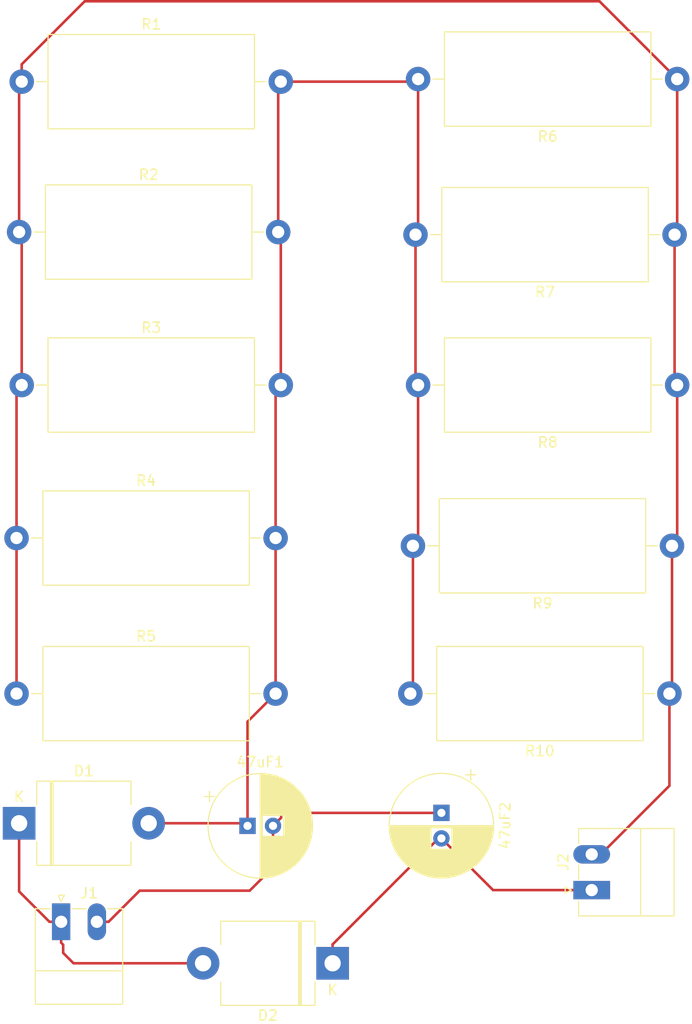
<source format=kicad_pcb>
(kicad_pcb (version 20171130) (host pcbnew "(5.0.0)")

  (general
    (thickness 1.6)
    (drawings 0)
    (tracks 67)
    (zones 0)
    (modules 16)
    (nets 6)
  )

  (page A4)
  (layers
    (0 F.Cu signal)
    (31 B.Cu signal)
    (32 B.Adhes user)
    (33 F.Adhes user)
    (34 B.Paste user)
    (35 F.Paste user)
    (36 B.SilkS user)
    (37 F.SilkS user)
    (38 B.Mask user)
    (39 F.Mask user)
    (40 Dwgs.User user)
    (41 Cmts.User user)
    (42 Eco1.User user)
    (43 Eco2.User user)
    (44 Edge.Cuts user)
    (45 Margin user)
    (46 B.CrtYd user)
    (47 F.CrtYd user)
    (48 B.Fab user)
    (49 F.Fab user)
  )

  (setup
    (last_trace_width 0.25)
    (trace_clearance 0.2)
    (zone_clearance 0.508)
    (zone_45_only no)
    (trace_min 0.2)
    (segment_width 0.2)
    (edge_width 0.15)
    (via_size 0.8)
    (via_drill 0.4)
    (via_min_size 0.4)
    (via_min_drill 0.3)
    (uvia_size 0.3)
    (uvia_drill 0.1)
    (uvias_allowed no)
    (uvia_min_size 0.2)
    (uvia_min_drill 0.1)
    (pcb_text_width 0.3)
    (pcb_text_size 1.5 1.5)
    (mod_edge_width 0.15)
    (mod_text_size 1 1)
    (mod_text_width 0.15)
    (pad_size 1.524 1.524)
    (pad_drill 0.762)
    (pad_to_mask_clearance 0.2)
    (aux_axis_origin 0 0)
    (visible_elements 7FFFFFFF)
    (pcbplotparams
      (layerselection 0x010fc_ffffffff)
      (usegerberextensions false)
      (usegerberattributes false)
      (usegerberadvancedattributes false)
      (creategerberjobfile false)
      (excludeedgelayer true)
      (linewidth 0.100000)
      (plotframeref false)
      (viasonmask false)
      (mode 1)
      (useauxorigin false)
      (hpglpennumber 1)
      (hpglpenspeed 20)
      (hpglpendiameter 15.000000)
      (psnegative false)
      (psa4output false)
      (plotreference true)
      (plotvalue true)
      (plotinvisibletext false)
      (padsonsilk false)
      (subtractmaskfromsilk false)
      (outputformat 1)
      (mirror false)
      (drillshape 1)
      (scaleselection 1)
      (outputdirectory ""))
  )

  (net 0 "")
  (net 1 "Net-(47uF1-Pad1)")
  (net 2 "Net-(47uF1-Pad2)")
  (net 3 "Net-(47uF2-Pad2)")
  (net 4 "Net-(D1-Pad1)")
  (net 5 "Net-(J2-Pad2)")

  (net_class Default "This is the default net class."
    (clearance 0.2)
    (trace_width 0.25)
    (via_dia 0.8)
    (via_drill 0.4)
    (uvia_dia 0.3)
    (uvia_drill 0.1)
    (add_net "Net-(47uF1-Pad1)")
    (add_net "Net-(47uF1-Pad2)")
    (add_net "Net-(47uF2-Pad2)")
    (add_net "Net-(D1-Pad1)")
    (add_net "Net-(J2-Pad2)")
  )

  (module Capacitor_THT:CP_Radial_D10.0mm_P2.50mm (layer F.Cu) (tedit 5AE50EF1) (tstamp 5BF7BA1F)
    (at 135.328 129.286)
    (descr "CP, Radial series, Radial, pin pitch=2.50mm, , diameter=10mm, Electrolytic Capacitor")
    (tags "CP Radial series Radial pin pitch 2.50mm  diameter 10mm Electrolytic Capacitor")
    (path /5BEB1014)
    (fp_text reference 47uF1 (at 1.25 -6.25) (layer F.SilkS)
      (effects (font (size 1 1) (thickness 0.15)))
    )
    (fp_text value CAP (at 1.25 6.25) (layer F.Fab)
      (effects (font (size 1 1) (thickness 0.15)))
    )
    (fp_circle (center 1.25 0) (end 6.25 0) (layer F.Fab) (width 0.1))
    (fp_circle (center 1.25 0) (end 6.37 0) (layer F.SilkS) (width 0.12))
    (fp_circle (center 1.25 0) (end 6.5 0) (layer F.CrtYd) (width 0.05))
    (fp_line (start -3.038861 -2.1875) (end -2.038861 -2.1875) (layer F.Fab) (width 0.1))
    (fp_line (start -2.538861 -2.6875) (end -2.538861 -1.6875) (layer F.Fab) (width 0.1))
    (fp_line (start 1.25 -5.08) (end 1.25 5.08) (layer F.SilkS) (width 0.12))
    (fp_line (start 1.29 -5.08) (end 1.29 5.08) (layer F.SilkS) (width 0.12))
    (fp_line (start 1.33 -5.08) (end 1.33 5.08) (layer F.SilkS) (width 0.12))
    (fp_line (start 1.37 -5.079) (end 1.37 5.079) (layer F.SilkS) (width 0.12))
    (fp_line (start 1.41 -5.078) (end 1.41 5.078) (layer F.SilkS) (width 0.12))
    (fp_line (start 1.45 -5.077) (end 1.45 5.077) (layer F.SilkS) (width 0.12))
    (fp_line (start 1.49 -5.075) (end 1.49 -1.04) (layer F.SilkS) (width 0.12))
    (fp_line (start 1.49 1.04) (end 1.49 5.075) (layer F.SilkS) (width 0.12))
    (fp_line (start 1.53 -5.073) (end 1.53 -1.04) (layer F.SilkS) (width 0.12))
    (fp_line (start 1.53 1.04) (end 1.53 5.073) (layer F.SilkS) (width 0.12))
    (fp_line (start 1.57 -5.07) (end 1.57 -1.04) (layer F.SilkS) (width 0.12))
    (fp_line (start 1.57 1.04) (end 1.57 5.07) (layer F.SilkS) (width 0.12))
    (fp_line (start 1.61 -5.068) (end 1.61 -1.04) (layer F.SilkS) (width 0.12))
    (fp_line (start 1.61 1.04) (end 1.61 5.068) (layer F.SilkS) (width 0.12))
    (fp_line (start 1.65 -5.065) (end 1.65 -1.04) (layer F.SilkS) (width 0.12))
    (fp_line (start 1.65 1.04) (end 1.65 5.065) (layer F.SilkS) (width 0.12))
    (fp_line (start 1.69 -5.062) (end 1.69 -1.04) (layer F.SilkS) (width 0.12))
    (fp_line (start 1.69 1.04) (end 1.69 5.062) (layer F.SilkS) (width 0.12))
    (fp_line (start 1.73 -5.058) (end 1.73 -1.04) (layer F.SilkS) (width 0.12))
    (fp_line (start 1.73 1.04) (end 1.73 5.058) (layer F.SilkS) (width 0.12))
    (fp_line (start 1.77 -5.054) (end 1.77 -1.04) (layer F.SilkS) (width 0.12))
    (fp_line (start 1.77 1.04) (end 1.77 5.054) (layer F.SilkS) (width 0.12))
    (fp_line (start 1.81 -5.05) (end 1.81 -1.04) (layer F.SilkS) (width 0.12))
    (fp_line (start 1.81 1.04) (end 1.81 5.05) (layer F.SilkS) (width 0.12))
    (fp_line (start 1.85 -5.045) (end 1.85 -1.04) (layer F.SilkS) (width 0.12))
    (fp_line (start 1.85 1.04) (end 1.85 5.045) (layer F.SilkS) (width 0.12))
    (fp_line (start 1.89 -5.04) (end 1.89 -1.04) (layer F.SilkS) (width 0.12))
    (fp_line (start 1.89 1.04) (end 1.89 5.04) (layer F.SilkS) (width 0.12))
    (fp_line (start 1.93 -5.035) (end 1.93 -1.04) (layer F.SilkS) (width 0.12))
    (fp_line (start 1.93 1.04) (end 1.93 5.035) (layer F.SilkS) (width 0.12))
    (fp_line (start 1.971 -5.03) (end 1.971 -1.04) (layer F.SilkS) (width 0.12))
    (fp_line (start 1.971 1.04) (end 1.971 5.03) (layer F.SilkS) (width 0.12))
    (fp_line (start 2.011 -5.024) (end 2.011 -1.04) (layer F.SilkS) (width 0.12))
    (fp_line (start 2.011 1.04) (end 2.011 5.024) (layer F.SilkS) (width 0.12))
    (fp_line (start 2.051 -5.018) (end 2.051 -1.04) (layer F.SilkS) (width 0.12))
    (fp_line (start 2.051 1.04) (end 2.051 5.018) (layer F.SilkS) (width 0.12))
    (fp_line (start 2.091 -5.011) (end 2.091 -1.04) (layer F.SilkS) (width 0.12))
    (fp_line (start 2.091 1.04) (end 2.091 5.011) (layer F.SilkS) (width 0.12))
    (fp_line (start 2.131 -5.004) (end 2.131 -1.04) (layer F.SilkS) (width 0.12))
    (fp_line (start 2.131 1.04) (end 2.131 5.004) (layer F.SilkS) (width 0.12))
    (fp_line (start 2.171 -4.997) (end 2.171 -1.04) (layer F.SilkS) (width 0.12))
    (fp_line (start 2.171 1.04) (end 2.171 4.997) (layer F.SilkS) (width 0.12))
    (fp_line (start 2.211 -4.99) (end 2.211 -1.04) (layer F.SilkS) (width 0.12))
    (fp_line (start 2.211 1.04) (end 2.211 4.99) (layer F.SilkS) (width 0.12))
    (fp_line (start 2.251 -4.982) (end 2.251 -1.04) (layer F.SilkS) (width 0.12))
    (fp_line (start 2.251 1.04) (end 2.251 4.982) (layer F.SilkS) (width 0.12))
    (fp_line (start 2.291 -4.974) (end 2.291 -1.04) (layer F.SilkS) (width 0.12))
    (fp_line (start 2.291 1.04) (end 2.291 4.974) (layer F.SilkS) (width 0.12))
    (fp_line (start 2.331 -4.965) (end 2.331 -1.04) (layer F.SilkS) (width 0.12))
    (fp_line (start 2.331 1.04) (end 2.331 4.965) (layer F.SilkS) (width 0.12))
    (fp_line (start 2.371 -4.956) (end 2.371 -1.04) (layer F.SilkS) (width 0.12))
    (fp_line (start 2.371 1.04) (end 2.371 4.956) (layer F.SilkS) (width 0.12))
    (fp_line (start 2.411 -4.947) (end 2.411 -1.04) (layer F.SilkS) (width 0.12))
    (fp_line (start 2.411 1.04) (end 2.411 4.947) (layer F.SilkS) (width 0.12))
    (fp_line (start 2.451 -4.938) (end 2.451 -1.04) (layer F.SilkS) (width 0.12))
    (fp_line (start 2.451 1.04) (end 2.451 4.938) (layer F.SilkS) (width 0.12))
    (fp_line (start 2.491 -4.928) (end 2.491 -1.04) (layer F.SilkS) (width 0.12))
    (fp_line (start 2.491 1.04) (end 2.491 4.928) (layer F.SilkS) (width 0.12))
    (fp_line (start 2.531 -4.918) (end 2.531 -1.04) (layer F.SilkS) (width 0.12))
    (fp_line (start 2.531 1.04) (end 2.531 4.918) (layer F.SilkS) (width 0.12))
    (fp_line (start 2.571 -4.907) (end 2.571 -1.04) (layer F.SilkS) (width 0.12))
    (fp_line (start 2.571 1.04) (end 2.571 4.907) (layer F.SilkS) (width 0.12))
    (fp_line (start 2.611 -4.897) (end 2.611 -1.04) (layer F.SilkS) (width 0.12))
    (fp_line (start 2.611 1.04) (end 2.611 4.897) (layer F.SilkS) (width 0.12))
    (fp_line (start 2.651 -4.885) (end 2.651 -1.04) (layer F.SilkS) (width 0.12))
    (fp_line (start 2.651 1.04) (end 2.651 4.885) (layer F.SilkS) (width 0.12))
    (fp_line (start 2.691 -4.874) (end 2.691 -1.04) (layer F.SilkS) (width 0.12))
    (fp_line (start 2.691 1.04) (end 2.691 4.874) (layer F.SilkS) (width 0.12))
    (fp_line (start 2.731 -4.862) (end 2.731 -1.04) (layer F.SilkS) (width 0.12))
    (fp_line (start 2.731 1.04) (end 2.731 4.862) (layer F.SilkS) (width 0.12))
    (fp_line (start 2.771 -4.85) (end 2.771 -1.04) (layer F.SilkS) (width 0.12))
    (fp_line (start 2.771 1.04) (end 2.771 4.85) (layer F.SilkS) (width 0.12))
    (fp_line (start 2.811 -4.837) (end 2.811 -1.04) (layer F.SilkS) (width 0.12))
    (fp_line (start 2.811 1.04) (end 2.811 4.837) (layer F.SilkS) (width 0.12))
    (fp_line (start 2.851 -4.824) (end 2.851 -1.04) (layer F.SilkS) (width 0.12))
    (fp_line (start 2.851 1.04) (end 2.851 4.824) (layer F.SilkS) (width 0.12))
    (fp_line (start 2.891 -4.811) (end 2.891 -1.04) (layer F.SilkS) (width 0.12))
    (fp_line (start 2.891 1.04) (end 2.891 4.811) (layer F.SilkS) (width 0.12))
    (fp_line (start 2.931 -4.797) (end 2.931 -1.04) (layer F.SilkS) (width 0.12))
    (fp_line (start 2.931 1.04) (end 2.931 4.797) (layer F.SilkS) (width 0.12))
    (fp_line (start 2.971 -4.783) (end 2.971 -1.04) (layer F.SilkS) (width 0.12))
    (fp_line (start 2.971 1.04) (end 2.971 4.783) (layer F.SilkS) (width 0.12))
    (fp_line (start 3.011 -4.768) (end 3.011 -1.04) (layer F.SilkS) (width 0.12))
    (fp_line (start 3.011 1.04) (end 3.011 4.768) (layer F.SilkS) (width 0.12))
    (fp_line (start 3.051 -4.754) (end 3.051 -1.04) (layer F.SilkS) (width 0.12))
    (fp_line (start 3.051 1.04) (end 3.051 4.754) (layer F.SilkS) (width 0.12))
    (fp_line (start 3.091 -4.738) (end 3.091 -1.04) (layer F.SilkS) (width 0.12))
    (fp_line (start 3.091 1.04) (end 3.091 4.738) (layer F.SilkS) (width 0.12))
    (fp_line (start 3.131 -4.723) (end 3.131 -1.04) (layer F.SilkS) (width 0.12))
    (fp_line (start 3.131 1.04) (end 3.131 4.723) (layer F.SilkS) (width 0.12))
    (fp_line (start 3.171 -4.707) (end 3.171 -1.04) (layer F.SilkS) (width 0.12))
    (fp_line (start 3.171 1.04) (end 3.171 4.707) (layer F.SilkS) (width 0.12))
    (fp_line (start 3.211 -4.69) (end 3.211 -1.04) (layer F.SilkS) (width 0.12))
    (fp_line (start 3.211 1.04) (end 3.211 4.69) (layer F.SilkS) (width 0.12))
    (fp_line (start 3.251 -4.674) (end 3.251 -1.04) (layer F.SilkS) (width 0.12))
    (fp_line (start 3.251 1.04) (end 3.251 4.674) (layer F.SilkS) (width 0.12))
    (fp_line (start 3.291 -4.657) (end 3.291 -1.04) (layer F.SilkS) (width 0.12))
    (fp_line (start 3.291 1.04) (end 3.291 4.657) (layer F.SilkS) (width 0.12))
    (fp_line (start 3.331 -4.639) (end 3.331 -1.04) (layer F.SilkS) (width 0.12))
    (fp_line (start 3.331 1.04) (end 3.331 4.639) (layer F.SilkS) (width 0.12))
    (fp_line (start 3.371 -4.621) (end 3.371 -1.04) (layer F.SilkS) (width 0.12))
    (fp_line (start 3.371 1.04) (end 3.371 4.621) (layer F.SilkS) (width 0.12))
    (fp_line (start 3.411 -4.603) (end 3.411 -1.04) (layer F.SilkS) (width 0.12))
    (fp_line (start 3.411 1.04) (end 3.411 4.603) (layer F.SilkS) (width 0.12))
    (fp_line (start 3.451 -4.584) (end 3.451 -1.04) (layer F.SilkS) (width 0.12))
    (fp_line (start 3.451 1.04) (end 3.451 4.584) (layer F.SilkS) (width 0.12))
    (fp_line (start 3.491 -4.564) (end 3.491 -1.04) (layer F.SilkS) (width 0.12))
    (fp_line (start 3.491 1.04) (end 3.491 4.564) (layer F.SilkS) (width 0.12))
    (fp_line (start 3.531 -4.545) (end 3.531 -1.04) (layer F.SilkS) (width 0.12))
    (fp_line (start 3.531 1.04) (end 3.531 4.545) (layer F.SilkS) (width 0.12))
    (fp_line (start 3.571 -4.525) (end 3.571 4.525) (layer F.SilkS) (width 0.12))
    (fp_line (start 3.611 -4.504) (end 3.611 4.504) (layer F.SilkS) (width 0.12))
    (fp_line (start 3.651 -4.483) (end 3.651 4.483) (layer F.SilkS) (width 0.12))
    (fp_line (start 3.691 -4.462) (end 3.691 4.462) (layer F.SilkS) (width 0.12))
    (fp_line (start 3.731 -4.44) (end 3.731 4.44) (layer F.SilkS) (width 0.12))
    (fp_line (start 3.771 -4.417) (end 3.771 4.417) (layer F.SilkS) (width 0.12))
    (fp_line (start 3.811 -4.395) (end 3.811 4.395) (layer F.SilkS) (width 0.12))
    (fp_line (start 3.851 -4.371) (end 3.851 4.371) (layer F.SilkS) (width 0.12))
    (fp_line (start 3.891 -4.347) (end 3.891 4.347) (layer F.SilkS) (width 0.12))
    (fp_line (start 3.931 -4.323) (end 3.931 4.323) (layer F.SilkS) (width 0.12))
    (fp_line (start 3.971 -4.298) (end 3.971 4.298) (layer F.SilkS) (width 0.12))
    (fp_line (start 4.011 -4.273) (end 4.011 4.273) (layer F.SilkS) (width 0.12))
    (fp_line (start 4.051 -4.247) (end 4.051 4.247) (layer F.SilkS) (width 0.12))
    (fp_line (start 4.091 -4.221) (end 4.091 4.221) (layer F.SilkS) (width 0.12))
    (fp_line (start 4.131 -4.194) (end 4.131 4.194) (layer F.SilkS) (width 0.12))
    (fp_line (start 4.171 -4.166) (end 4.171 4.166) (layer F.SilkS) (width 0.12))
    (fp_line (start 4.211 -4.138) (end 4.211 4.138) (layer F.SilkS) (width 0.12))
    (fp_line (start 4.251 -4.11) (end 4.251 4.11) (layer F.SilkS) (width 0.12))
    (fp_line (start 4.291 -4.08) (end 4.291 4.08) (layer F.SilkS) (width 0.12))
    (fp_line (start 4.331 -4.05) (end 4.331 4.05) (layer F.SilkS) (width 0.12))
    (fp_line (start 4.371 -4.02) (end 4.371 4.02) (layer F.SilkS) (width 0.12))
    (fp_line (start 4.411 -3.989) (end 4.411 3.989) (layer F.SilkS) (width 0.12))
    (fp_line (start 4.451 -3.957) (end 4.451 3.957) (layer F.SilkS) (width 0.12))
    (fp_line (start 4.491 -3.925) (end 4.491 3.925) (layer F.SilkS) (width 0.12))
    (fp_line (start 4.531 -3.892) (end 4.531 3.892) (layer F.SilkS) (width 0.12))
    (fp_line (start 4.571 -3.858) (end 4.571 3.858) (layer F.SilkS) (width 0.12))
    (fp_line (start 4.611 -3.824) (end 4.611 3.824) (layer F.SilkS) (width 0.12))
    (fp_line (start 4.651 -3.789) (end 4.651 3.789) (layer F.SilkS) (width 0.12))
    (fp_line (start 4.691 -3.753) (end 4.691 3.753) (layer F.SilkS) (width 0.12))
    (fp_line (start 4.731 -3.716) (end 4.731 3.716) (layer F.SilkS) (width 0.12))
    (fp_line (start 4.771 -3.679) (end 4.771 3.679) (layer F.SilkS) (width 0.12))
    (fp_line (start 4.811 -3.64) (end 4.811 3.64) (layer F.SilkS) (width 0.12))
    (fp_line (start 4.851 -3.601) (end 4.851 3.601) (layer F.SilkS) (width 0.12))
    (fp_line (start 4.891 -3.561) (end 4.891 3.561) (layer F.SilkS) (width 0.12))
    (fp_line (start 4.931 -3.52) (end 4.931 3.52) (layer F.SilkS) (width 0.12))
    (fp_line (start 4.971 -3.478) (end 4.971 3.478) (layer F.SilkS) (width 0.12))
    (fp_line (start 5.011 -3.436) (end 5.011 3.436) (layer F.SilkS) (width 0.12))
    (fp_line (start 5.051 -3.392) (end 5.051 3.392) (layer F.SilkS) (width 0.12))
    (fp_line (start 5.091 -3.347) (end 5.091 3.347) (layer F.SilkS) (width 0.12))
    (fp_line (start 5.131 -3.301) (end 5.131 3.301) (layer F.SilkS) (width 0.12))
    (fp_line (start 5.171 -3.254) (end 5.171 3.254) (layer F.SilkS) (width 0.12))
    (fp_line (start 5.211 -3.206) (end 5.211 3.206) (layer F.SilkS) (width 0.12))
    (fp_line (start 5.251 -3.156) (end 5.251 3.156) (layer F.SilkS) (width 0.12))
    (fp_line (start 5.291 -3.106) (end 5.291 3.106) (layer F.SilkS) (width 0.12))
    (fp_line (start 5.331 -3.054) (end 5.331 3.054) (layer F.SilkS) (width 0.12))
    (fp_line (start 5.371 -3) (end 5.371 3) (layer F.SilkS) (width 0.12))
    (fp_line (start 5.411 -2.945) (end 5.411 2.945) (layer F.SilkS) (width 0.12))
    (fp_line (start 5.451 -2.889) (end 5.451 2.889) (layer F.SilkS) (width 0.12))
    (fp_line (start 5.491 -2.83) (end 5.491 2.83) (layer F.SilkS) (width 0.12))
    (fp_line (start 5.531 -2.77) (end 5.531 2.77) (layer F.SilkS) (width 0.12))
    (fp_line (start 5.571 -2.709) (end 5.571 2.709) (layer F.SilkS) (width 0.12))
    (fp_line (start 5.611 -2.645) (end 5.611 2.645) (layer F.SilkS) (width 0.12))
    (fp_line (start 5.651 -2.579) (end 5.651 2.579) (layer F.SilkS) (width 0.12))
    (fp_line (start 5.691 -2.51) (end 5.691 2.51) (layer F.SilkS) (width 0.12))
    (fp_line (start 5.731 -2.439) (end 5.731 2.439) (layer F.SilkS) (width 0.12))
    (fp_line (start 5.771 -2.365) (end 5.771 2.365) (layer F.SilkS) (width 0.12))
    (fp_line (start 5.811 -2.289) (end 5.811 2.289) (layer F.SilkS) (width 0.12))
    (fp_line (start 5.851 -2.209) (end 5.851 2.209) (layer F.SilkS) (width 0.12))
    (fp_line (start 5.891 -2.125) (end 5.891 2.125) (layer F.SilkS) (width 0.12))
    (fp_line (start 5.931 -2.037) (end 5.931 2.037) (layer F.SilkS) (width 0.12))
    (fp_line (start 5.971 -1.944) (end 5.971 1.944) (layer F.SilkS) (width 0.12))
    (fp_line (start 6.011 -1.846) (end 6.011 1.846) (layer F.SilkS) (width 0.12))
    (fp_line (start 6.051 -1.742) (end 6.051 1.742) (layer F.SilkS) (width 0.12))
    (fp_line (start 6.091 -1.63) (end 6.091 1.63) (layer F.SilkS) (width 0.12))
    (fp_line (start 6.131 -1.51) (end 6.131 1.51) (layer F.SilkS) (width 0.12))
    (fp_line (start 6.171 -1.378) (end 6.171 1.378) (layer F.SilkS) (width 0.12))
    (fp_line (start 6.211 -1.23) (end 6.211 1.23) (layer F.SilkS) (width 0.12))
    (fp_line (start 6.251 -1.062) (end 6.251 1.062) (layer F.SilkS) (width 0.12))
    (fp_line (start 6.291 -0.862) (end 6.291 0.862) (layer F.SilkS) (width 0.12))
    (fp_line (start 6.331 -0.599) (end 6.331 0.599) (layer F.SilkS) (width 0.12))
    (fp_line (start -4.229646 -2.875) (end -3.229646 -2.875) (layer F.SilkS) (width 0.12))
    (fp_line (start -3.729646 -3.375) (end -3.729646 -2.375) (layer F.SilkS) (width 0.12))
    (fp_text user %R (at 1.25 0) (layer F.Fab)
      (effects (font (size 1 1) (thickness 0.15)))
    )
    (pad 1 thru_hole rect (at 0 0) (size 1.6 1.6) (drill 0.8) (layers *.Cu *.Mask)
      (net 1 "Net-(47uF1-Pad1)"))
    (pad 2 thru_hole circle (at 2.5 0) (size 1.6 1.6) (drill 0.8) (layers *.Cu *.Mask)
      (net 2 "Net-(47uF1-Pad2)"))
    (model ${KISYS3DMOD}/Capacitor_THT.3dshapes/CP_Radial_D10.0mm_P2.50mm.wrl
      (at (xyz 0 0 0))
      (scale (xyz 1 1 1))
      (rotate (xyz 0 0 0))
    )
  )

  (module Capacitor_THT:CP_Radial_D10.0mm_P2.50mm (layer F.Cu) (tedit 5AE50EF1) (tstamp 5BF7B7DC)
    (at 154.338 128.016 270)
    (descr "CP, Radial series, Radial, pin pitch=2.50mm, , diameter=10mm, Electrolytic Capacitor")
    (tags "CP Radial series Radial pin pitch 2.50mm  diameter 10mm Electrolytic Capacitor")
    (path /5BEB1087)
    (fp_text reference 47uF2 (at 1.25 -6.25 270) (layer F.SilkS)
      (effects (font (size 1 1) (thickness 0.15)))
    )
    (fp_text value CAP (at 1.25 6.25 270) (layer F.Fab)
      (effects (font (size 1 1) (thickness 0.15)))
    )
    (fp_text user %R (at 1.25 0 270) (layer F.Fab)
      (effects (font (size 1 1) (thickness 0.15)))
    )
    (fp_line (start -3.729646 -3.375) (end -3.729646 -2.375) (layer F.SilkS) (width 0.12))
    (fp_line (start -4.229646 -2.875) (end -3.229646 -2.875) (layer F.SilkS) (width 0.12))
    (fp_line (start 6.331 -0.599) (end 6.331 0.599) (layer F.SilkS) (width 0.12))
    (fp_line (start 6.291 -0.862) (end 6.291 0.862) (layer F.SilkS) (width 0.12))
    (fp_line (start 6.251 -1.062) (end 6.251 1.062) (layer F.SilkS) (width 0.12))
    (fp_line (start 6.211 -1.23) (end 6.211 1.23) (layer F.SilkS) (width 0.12))
    (fp_line (start 6.171 -1.378) (end 6.171 1.378) (layer F.SilkS) (width 0.12))
    (fp_line (start 6.131 -1.51) (end 6.131 1.51) (layer F.SilkS) (width 0.12))
    (fp_line (start 6.091 -1.63) (end 6.091 1.63) (layer F.SilkS) (width 0.12))
    (fp_line (start 6.051 -1.742) (end 6.051 1.742) (layer F.SilkS) (width 0.12))
    (fp_line (start 6.011 -1.846) (end 6.011 1.846) (layer F.SilkS) (width 0.12))
    (fp_line (start 5.971 -1.944) (end 5.971 1.944) (layer F.SilkS) (width 0.12))
    (fp_line (start 5.931 -2.037) (end 5.931 2.037) (layer F.SilkS) (width 0.12))
    (fp_line (start 5.891 -2.125) (end 5.891 2.125) (layer F.SilkS) (width 0.12))
    (fp_line (start 5.851 -2.209) (end 5.851 2.209) (layer F.SilkS) (width 0.12))
    (fp_line (start 5.811 -2.289) (end 5.811 2.289) (layer F.SilkS) (width 0.12))
    (fp_line (start 5.771 -2.365) (end 5.771 2.365) (layer F.SilkS) (width 0.12))
    (fp_line (start 5.731 -2.439) (end 5.731 2.439) (layer F.SilkS) (width 0.12))
    (fp_line (start 5.691 -2.51) (end 5.691 2.51) (layer F.SilkS) (width 0.12))
    (fp_line (start 5.651 -2.579) (end 5.651 2.579) (layer F.SilkS) (width 0.12))
    (fp_line (start 5.611 -2.645) (end 5.611 2.645) (layer F.SilkS) (width 0.12))
    (fp_line (start 5.571 -2.709) (end 5.571 2.709) (layer F.SilkS) (width 0.12))
    (fp_line (start 5.531 -2.77) (end 5.531 2.77) (layer F.SilkS) (width 0.12))
    (fp_line (start 5.491 -2.83) (end 5.491 2.83) (layer F.SilkS) (width 0.12))
    (fp_line (start 5.451 -2.889) (end 5.451 2.889) (layer F.SilkS) (width 0.12))
    (fp_line (start 5.411 -2.945) (end 5.411 2.945) (layer F.SilkS) (width 0.12))
    (fp_line (start 5.371 -3) (end 5.371 3) (layer F.SilkS) (width 0.12))
    (fp_line (start 5.331 -3.054) (end 5.331 3.054) (layer F.SilkS) (width 0.12))
    (fp_line (start 5.291 -3.106) (end 5.291 3.106) (layer F.SilkS) (width 0.12))
    (fp_line (start 5.251 -3.156) (end 5.251 3.156) (layer F.SilkS) (width 0.12))
    (fp_line (start 5.211 -3.206) (end 5.211 3.206) (layer F.SilkS) (width 0.12))
    (fp_line (start 5.171 -3.254) (end 5.171 3.254) (layer F.SilkS) (width 0.12))
    (fp_line (start 5.131 -3.301) (end 5.131 3.301) (layer F.SilkS) (width 0.12))
    (fp_line (start 5.091 -3.347) (end 5.091 3.347) (layer F.SilkS) (width 0.12))
    (fp_line (start 5.051 -3.392) (end 5.051 3.392) (layer F.SilkS) (width 0.12))
    (fp_line (start 5.011 -3.436) (end 5.011 3.436) (layer F.SilkS) (width 0.12))
    (fp_line (start 4.971 -3.478) (end 4.971 3.478) (layer F.SilkS) (width 0.12))
    (fp_line (start 4.931 -3.52) (end 4.931 3.52) (layer F.SilkS) (width 0.12))
    (fp_line (start 4.891 -3.561) (end 4.891 3.561) (layer F.SilkS) (width 0.12))
    (fp_line (start 4.851 -3.601) (end 4.851 3.601) (layer F.SilkS) (width 0.12))
    (fp_line (start 4.811 -3.64) (end 4.811 3.64) (layer F.SilkS) (width 0.12))
    (fp_line (start 4.771 -3.679) (end 4.771 3.679) (layer F.SilkS) (width 0.12))
    (fp_line (start 4.731 -3.716) (end 4.731 3.716) (layer F.SilkS) (width 0.12))
    (fp_line (start 4.691 -3.753) (end 4.691 3.753) (layer F.SilkS) (width 0.12))
    (fp_line (start 4.651 -3.789) (end 4.651 3.789) (layer F.SilkS) (width 0.12))
    (fp_line (start 4.611 -3.824) (end 4.611 3.824) (layer F.SilkS) (width 0.12))
    (fp_line (start 4.571 -3.858) (end 4.571 3.858) (layer F.SilkS) (width 0.12))
    (fp_line (start 4.531 -3.892) (end 4.531 3.892) (layer F.SilkS) (width 0.12))
    (fp_line (start 4.491 -3.925) (end 4.491 3.925) (layer F.SilkS) (width 0.12))
    (fp_line (start 4.451 -3.957) (end 4.451 3.957) (layer F.SilkS) (width 0.12))
    (fp_line (start 4.411 -3.989) (end 4.411 3.989) (layer F.SilkS) (width 0.12))
    (fp_line (start 4.371 -4.02) (end 4.371 4.02) (layer F.SilkS) (width 0.12))
    (fp_line (start 4.331 -4.05) (end 4.331 4.05) (layer F.SilkS) (width 0.12))
    (fp_line (start 4.291 -4.08) (end 4.291 4.08) (layer F.SilkS) (width 0.12))
    (fp_line (start 4.251 -4.11) (end 4.251 4.11) (layer F.SilkS) (width 0.12))
    (fp_line (start 4.211 -4.138) (end 4.211 4.138) (layer F.SilkS) (width 0.12))
    (fp_line (start 4.171 -4.166) (end 4.171 4.166) (layer F.SilkS) (width 0.12))
    (fp_line (start 4.131 -4.194) (end 4.131 4.194) (layer F.SilkS) (width 0.12))
    (fp_line (start 4.091 -4.221) (end 4.091 4.221) (layer F.SilkS) (width 0.12))
    (fp_line (start 4.051 -4.247) (end 4.051 4.247) (layer F.SilkS) (width 0.12))
    (fp_line (start 4.011 -4.273) (end 4.011 4.273) (layer F.SilkS) (width 0.12))
    (fp_line (start 3.971 -4.298) (end 3.971 4.298) (layer F.SilkS) (width 0.12))
    (fp_line (start 3.931 -4.323) (end 3.931 4.323) (layer F.SilkS) (width 0.12))
    (fp_line (start 3.891 -4.347) (end 3.891 4.347) (layer F.SilkS) (width 0.12))
    (fp_line (start 3.851 -4.371) (end 3.851 4.371) (layer F.SilkS) (width 0.12))
    (fp_line (start 3.811 -4.395) (end 3.811 4.395) (layer F.SilkS) (width 0.12))
    (fp_line (start 3.771 -4.417) (end 3.771 4.417) (layer F.SilkS) (width 0.12))
    (fp_line (start 3.731 -4.44) (end 3.731 4.44) (layer F.SilkS) (width 0.12))
    (fp_line (start 3.691 -4.462) (end 3.691 4.462) (layer F.SilkS) (width 0.12))
    (fp_line (start 3.651 -4.483) (end 3.651 4.483) (layer F.SilkS) (width 0.12))
    (fp_line (start 3.611 -4.504) (end 3.611 4.504) (layer F.SilkS) (width 0.12))
    (fp_line (start 3.571 -4.525) (end 3.571 4.525) (layer F.SilkS) (width 0.12))
    (fp_line (start 3.531 1.04) (end 3.531 4.545) (layer F.SilkS) (width 0.12))
    (fp_line (start 3.531 -4.545) (end 3.531 -1.04) (layer F.SilkS) (width 0.12))
    (fp_line (start 3.491 1.04) (end 3.491 4.564) (layer F.SilkS) (width 0.12))
    (fp_line (start 3.491 -4.564) (end 3.491 -1.04) (layer F.SilkS) (width 0.12))
    (fp_line (start 3.451 1.04) (end 3.451 4.584) (layer F.SilkS) (width 0.12))
    (fp_line (start 3.451 -4.584) (end 3.451 -1.04) (layer F.SilkS) (width 0.12))
    (fp_line (start 3.411 1.04) (end 3.411 4.603) (layer F.SilkS) (width 0.12))
    (fp_line (start 3.411 -4.603) (end 3.411 -1.04) (layer F.SilkS) (width 0.12))
    (fp_line (start 3.371 1.04) (end 3.371 4.621) (layer F.SilkS) (width 0.12))
    (fp_line (start 3.371 -4.621) (end 3.371 -1.04) (layer F.SilkS) (width 0.12))
    (fp_line (start 3.331 1.04) (end 3.331 4.639) (layer F.SilkS) (width 0.12))
    (fp_line (start 3.331 -4.639) (end 3.331 -1.04) (layer F.SilkS) (width 0.12))
    (fp_line (start 3.291 1.04) (end 3.291 4.657) (layer F.SilkS) (width 0.12))
    (fp_line (start 3.291 -4.657) (end 3.291 -1.04) (layer F.SilkS) (width 0.12))
    (fp_line (start 3.251 1.04) (end 3.251 4.674) (layer F.SilkS) (width 0.12))
    (fp_line (start 3.251 -4.674) (end 3.251 -1.04) (layer F.SilkS) (width 0.12))
    (fp_line (start 3.211 1.04) (end 3.211 4.69) (layer F.SilkS) (width 0.12))
    (fp_line (start 3.211 -4.69) (end 3.211 -1.04) (layer F.SilkS) (width 0.12))
    (fp_line (start 3.171 1.04) (end 3.171 4.707) (layer F.SilkS) (width 0.12))
    (fp_line (start 3.171 -4.707) (end 3.171 -1.04) (layer F.SilkS) (width 0.12))
    (fp_line (start 3.131 1.04) (end 3.131 4.723) (layer F.SilkS) (width 0.12))
    (fp_line (start 3.131 -4.723) (end 3.131 -1.04) (layer F.SilkS) (width 0.12))
    (fp_line (start 3.091 1.04) (end 3.091 4.738) (layer F.SilkS) (width 0.12))
    (fp_line (start 3.091 -4.738) (end 3.091 -1.04) (layer F.SilkS) (width 0.12))
    (fp_line (start 3.051 1.04) (end 3.051 4.754) (layer F.SilkS) (width 0.12))
    (fp_line (start 3.051 -4.754) (end 3.051 -1.04) (layer F.SilkS) (width 0.12))
    (fp_line (start 3.011 1.04) (end 3.011 4.768) (layer F.SilkS) (width 0.12))
    (fp_line (start 3.011 -4.768) (end 3.011 -1.04) (layer F.SilkS) (width 0.12))
    (fp_line (start 2.971 1.04) (end 2.971 4.783) (layer F.SilkS) (width 0.12))
    (fp_line (start 2.971 -4.783) (end 2.971 -1.04) (layer F.SilkS) (width 0.12))
    (fp_line (start 2.931 1.04) (end 2.931 4.797) (layer F.SilkS) (width 0.12))
    (fp_line (start 2.931 -4.797) (end 2.931 -1.04) (layer F.SilkS) (width 0.12))
    (fp_line (start 2.891 1.04) (end 2.891 4.811) (layer F.SilkS) (width 0.12))
    (fp_line (start 2.891 -4.811) (end 2.891 -1.04) (layer F.SilkS) (width 0.12))
    (fp_line (start 2.851 1.04) (end 2.851 4.824) (layer F.SilkS) (width 0.12))
    (fp_line (start 2.851 -4.824) (end 2.851 -1.04) (layer F.SilkS) (width 0.12))
    (fp_line (start 2.811 1.04) (end 2.811 4.837) (layer F.SilkS) (width 0.12))
    (fp_line (start 2.811 -4.837) (end 2.811 -1.04) (layer F.SilkS) (width 0.12))
    (fp_line (start 2.771 1.04) (end 2.771 4.85) (layer F.SilkS) (width 0.12))
    (fp_line (start 2.771 -4.85) (end 2.771 -1.04) (layer F.SilkS) (width 0.12))
    (fp_line (start 2.731 1.04) (end 2.731 4.862) (layer F.SilkS) (width 0.12))
    (fp_line (start 2.731 -4.862) (end 2.731 -1.04) (layer F.SilkS) (width 0.12))
    (fp_line (start 2.691 1.04) (end 2.691 4.874) (layer F.SilkS) (width 0.12))
    (fp_line (start 2.691 -4.874) (end 2.691 -1.04) (layer F.SilkS) (width 0.12))
    (fp_line (start 2.651 1.04) (end 2.651 4.885) (layer F.SilkS) (width 0.12))
    (fp_line (start 2.651 -4.885) (end 2.651 -1.04) (layer F.SilkS) (width 0.12))
    (fp_line (start 2.611 1.04) (end 2.611 4.897) (layer F.SilkS) (width 0.12))
    (fp_line (start 2.611 -4.897) (end 2.611 -1.04) (layer F.SilkS) (width 0.12))
    (fp_line (start 2.571 1.04) (end 2.571 4.907) (layer F.SilkS) (width 0.12))
    (fp_line (start 2.571 -4.907) (end 2.571 -1.04) (layer F.SilkS) (width 0.12))
    (fp_line (start 2.531 1.04) (end 2.531 4.918) (layer F.SilkS) (width 0.12))
    (fp_line (start 2.531 -4.918) (end 2.531 -1.04) (layer F.SilkS) (width 0.12))
    (fp_line (start 2.491 1.04) (end 2.491 4.928) (layer F.SilkS) (width 0.12))
    (fp_line (start 2.491 -4.928) (end 2.491 -1.04) (layer F.SilkS) (width 0.12))
    (fp_line (start 2.451 1.04) (end 2.451 4.938) (layer F.SilkS) (width 0.12))
    (fp_line (start 2.451 -4.938) (end 2.451 -1.04) (layer F.SilkS) (width 0.12))
    (fp_line (start 2.411 1.04) (end 2.411 4.947) (layer F.SilkS) (width 0.12))
    (fp_line (start 2.411 -4.947) (end 2.411 -1.04) (layer F.SilkS) (width 0.12))
    (fp_line (start 2.371 1.04) (end 2.371 4.956) (layer F.SilkS) (width 0.12))
    (fp_line (start 2.371 -4.956) (end 2.371 -1.04) (layer F.SilkS) (width 0.12))
    (fp_line (start 2.331 1.04) (end 2.331 4.965) (layer F.SilkS) (width 0.12))
    (fp_line (start 2.331 -4.965) (end 2.331 -1.04) (layer F.SilkS) (width 0.12))
    (fp_line (start 2.291 1.04) (end 2.291 4.974) (layer F.SilkS) (width 0.12))
    (fp_line (start 2.291 -4.974) (end 2.291 -1.04) (layer F.SilkS) (width 0.12))
    (fp_line (start 2.251 1.04) (end 2.251 4.982) (layer F.SilkS) (width 0.12))
    (fp_line (start 2.251 -4.982) (end 2.251 -1.04) (layer F.SilkS) (width 0.12))
    (fp_line (start 2.211 1.04) (end 2.211 4.99) (layer F.SilkS) (width 0.12))
    (fp_line (start 2.211 -4.99) (end 2.211 -1.04) (layer F.SilkS) (width 0.12))
    (fp_line (start 2.171 1.04) (end 2.171 4.997) (layer F.SilkS) (width 0.12))
    (fp_line (start 2.171 -4.997) (end 2.171 -1.04) (layer F.SilkS) (width 0.12))
    (fp_line (start 2.131 1.04) (end 2.131 5.004) (layer F.SilkS) (width 0.12))
    (fp_line (start 2.131 -5.004) (end 2.131 -1.04) (layer F.SilkS) (width 0.12))
    (fp_line (start 2.091 1.04) (end 2.091 5.011) (layer F.SilkS) (width 0.12))
    (fp_line (start 2.091 -5.011) (end 2.091 -1.04) (layer F.SilkS) (width 0.12))
    (fp_line (start 2.051 1.04) (end 2.051 5.018) (layer F.SilkS) (width 0.12))
    (fp_line (start 2.051 -5.018) (end 2.051 -1.04) (layer F.SilkS) (width 0.12))
    (fp_line (start 2.011 1.04) (end 2.011 5.024) (layer F.SilkS) (width 0.12))
    (fp_line (start 2.011 -5.024) (end 2.011 -1.04) (layer F.SilkS) (width 0.12))
    (fp_line (start 1.971 1.04) (end 1.971 5.03) (layer F.SilkS) (width 0.12))
    (fp_line (start 1.971 -5.03) (end 1.971 -1.04) (layer F.SilkS) (width 0.12))
    (fp_line (start 1.93 1.04) (end 1.93 5.035) (layer F.SilkS) (width 0.12))
    (fp_line (start 1.93 -5.035) (end 1.93 -1.04) (layer F.SilkS) (width 0.12))
    (fp_line (start 1.89 1.04) (end 1.89 5.04) (layer F.SilkS) (width 0.12))
    (fp_line (start 1.89 -5.04) (end 1.89 -1.04) (layer F.SilkS) (width 0.12))
    (fp_line (start 1.85 1.04) (end 1.85 5.045) (layer F.SilkS) (width 0.12))
    (fp_line (start 1.85 -5.045) (end 1.85 -1.04) (layer F.SilkS) (width 0.12))
    (fp_line (start 1.81 1.04) (end 1.81 5.05) (layer F.SilkS) (width 0.12))
    (fp_line (start 1.81 -5.05) (end 1.81 -1.04) (layer F.SilkS) (width 0.12))
    (fp_line (start 1.77 1.04) (end 1.77 5.054) (layer F.SilkS) (width 0.12))
    (fp_line (start 1.77 -5.054) (end 1.77 -1.04) (layer F.SilkS) (width 0.12))
    (fp_line (start 1.73 1.04) (end 1.73 5.058) (layer F.SilkS) (width 0.12))
    (fp_line (start 1.73 -5.058) (end 1.73 -1.04) (layer F.SilkS) (width 0.12))
    (fp_line (start 1.69 1.04) (end 1.69 5.062) (layer F.SilkS) (width 0.12))
    (fp_line (start 1.69 -5.062) (end 1.69 -1.04) (layer F.SilkS) (width 0.12))
    (fp_line (start 1.65 1.04) (end 1.65 5.065) (layer F.SilkS) (width 0.12))
    (fp_line (start 1.65 -5.065) (end 1.65 -1.04) (layer F.SilkS) (width 0.12))
    (fp_line (start 1.61 1.04) (end 1.61 5.068) (layer F.SilkS) (width 0.12))
    (fp_line (start 1.61 -5.068) (end 1.61 -1.04) (layer F.SilkS) (width 0.12))
    (fp_line (start 1.57 1.04) (end 1.57 5.07) (layer F.SilkS) (width 0.12))
    (fp_line (start 1.57 -5.07) (end 1.57 -1.04) (layer F.SilkS) (width 0.12))
    (fp_line (start 1.53 1.04) (end 1.53 5.073) (layer F.SilkS) (width 0.12))
    (fp_line (start 1.53 -5.073) (end 1.53 -1.04) (layer F.SilkS) (width 0.12))
    (fp_line (start 1.49 1.04) (end 1.49 5.075) (layer F.SilkS) (width 0.12))
    (fp_line (start 1.49 -5.075) (end 1.49 -1.04) (layer F.SilkS) (width 0.12))
    (fp_line (start 1.45 -5.077) (end 1.45 5.077) (layer F.SilkS) (width 0.12))
    (fp_line (start 1.41 -5.078) (end 1.41 5.078) (layer F.SilkS) (width 0.12))
    (fp_line (start 1.37 -5.079) (end 1.37 5.079) (layer F.SilkS) (width 0.12))
    (fp_line (start 1.33 -5.08) (end 1.33 5.08) (layer F.SilkS) (width 0.12))
    (fp_line (start 1.29 -5.08) (end 1.29 5.08) (layer F.SilkS) (width 0.12))
    (fp_line (start 1.25 -5.08) (end 1.25 5.08) (layer F.SilkS) (width 0.12))
    (fp_line (start -2.538861 -2.6875) (end -2.538861 -1.6875) (layer F.Fab) (width 0.1))
    (fp_line (start -3.038861 -2.1875) (end -2.038861 -2.1875) (layer F.Fab) (width 0.1))
    (fp_circle (center 1.25 0) (end 6.5 0) (layer F.CrtYd) (width 0.05))
    (fp_circle (center 1.25 0) (end 6.37 0) (layer F.SilkS) (width 0.12))
    (fp_circle (center 1.25 0) (end 6.25 0) (layer F.Fab) (width 0.1))
    (pad 2 thru_hole circle (at 2.5 0 270) (size 1.6 1.6) (drill 0.8) (layers *.Cu *.Mask)
      (net 3 "Net-(47uF2-Pad2)"))
    (pad 1 thru_hole rect (at 0 0 270) (size 1.6 1.6) (drill 0.8) (layers *.Cu *.Mask)
      (net 2 "Net-(47uF1-Pad2)"))
    (model ${KISYS3DMOD}/Capacitor_THT.3dshapes/CP_Radial_D10.0mm_P2.50mm.wrl
      (at (xyz 0 0 0))
      (scale (xyz 1 1 1))
      (rotate (xyz 0 0 0))
    )
  )

  (module Diode_THT:D_5KPW_P12.70mm_Horizontal (layer F.Cu) (tedit 5AE50CD5) (tstamp 5BF7C973)
    (at 112.936 129.032)
    (descr "Diode, 5KPW series, Axial, Horizontal, pin pitch=12.7mm, , length*diameter=9*8mm^2, , http://www.diodes.com/_files/packages/8686949.gif")
    (tags "Diode 5KPW series Axial Horizontal pin pitch 12.7mm  length 9mm diameter 8mm")
    (path /5BEB0ED5)
    (fp_text reference D1 (at 6.35 -5.12) (layer F.SilkS)
      (effects (font (size 1 1) (thickness 0.15)))
    )
    (fp_text value DIODE (at 6.35 5.12) (layer F.Fab)
      (effects (font (size 1 1) (thickness 0.15)))
    )
    (fp_line (start 1.85 -4) (end 1.85 4) (layer F.Fab) (width 0.1))
    (fp_line (start 1.85 4) (end 10.85 4) (layer F.Fab) (width 0.1))
    (fp_line (start 10.85 4) (end 10.85 -4) (layer F.Fab) (width 0.1))
    (fp_line (start 10.85 -4) (end 1.85 -4) (layer F.Fab) (width 0.1))
    (fp_line (start 0 0) (end 1.85 0) (layer F.Fab) (width 0.1))
    (fp_line (start 12.7 0) (end 10.85 0) (layer F.Fab) (width 0.1))
    (fp_line (start 3.2 -4) (end 3.2 4) (layer F.Fab) (width 0.1))
    (fp_line (start 3.3 -4) (end 3.3 4) (layer F.Fab) (width 0.1))
    (fp_line (start 3.1 -4) (end 3.1 4) (layer F.Fab) (width 0.1))
    (fp_line (start 1.73 -1.84) (end 1.73 -4.12) (layer F.SilkS) (width 0.12))
    (fp_line (start 1.73 -4.12) (end 10.97 -4.12) (layer F.SilkS) (width 0.12))
    (fp_line (start 10.97 -4.12) (end 10.97 -1.84) (layer F.SilkS) (width 0.12))
    (fp_line (start 1.73 1.84) (end 1.73 4.12) (layer F.SilkS) (width 0.12))
    (fp_line (start 1.73 4.12) (end 10.97 4.12) (layer F.SilkS) (width 0.12))
    (fp_line (start 10.97 4.12) (end 10.97 1.84) (layer F.SilkS) (width 0.12))
    (fp_line (start 3.2 -4.12) (end 3.2 4.12) (layer F.SilkS) (width 0.12))
    (fp_line (start 3.32 -4.12) (end 3.32 4.12) (layer F.SilkS) (width 0.12))
    (fp_line (start 3.08 -4.12) (end 3.08 4.12) (layer F.SilkS) (width 0.12))
    (fp_line (start -1.85 -4.25) (end -1.85 4.25) (layer F.CrtYd) (width 0.05))
    (fp_line (start -1.85 4.25) (end 14.55 4.25) (layer F.CrtYd) (width 0.05))
    (fp_line (start 14.55 4.25) (end 14.55 -4.25) (layer F.CrtYd) (width 0.05))
    (fp_line (start 14.55 -4.25) (end -1.85 -4.25) (layer F.CrtYd) (width 0.05))
    (fp_text user %R (at 7.025 0) (layer F.Fab)
      (effects (font (size 1 1) (thickness 0.15)))
    )
    (fp_text user K (at 0 -2.6) (layer F.Fab)
      (effects (font (size 1 1) (thickness 0.15)))
    )
    (fp_text user K (at 0 -2.6) (layer F.SilkS)
      (effects (font (size 1 1) (thickness 0.15)))
    )
    (pad 1 thru_hole rect (at 0 0) (size 3.2 3.2) (drill 1.6) (layers *.Cu *.Mask)
      (net 4 "Net-(D1-Pad1)"))
    (pad 2 thru_hole oval (at 12.7 0) (size 3.2 3.2) (drill 1.6) (layers *.Cu *.Mask)
      (net 1 "Net-(47uF1-Pad1)"))
    (model ${KISYS3DMOD}/Diode_THT.3dshapes/D_5KPW_P12.70mm_Horizontal.wrl
      (at (xyz 0 0 0))
      (scale (xyz 1 1 1))
      (rotate (xyz 0 0 0))
    )
  )

  (module Diode_THT:D_5KPW_P12.70mm_Horizontal (layer F.Cu) (tedit 5AE50CD5) (tstamp 5BEB9B4F)
    (at 143.67 142.748 180)
    (descr "Diode, 5KPW series, Axial, Horizontal, pin pitch=12.7mm, , length*diameter=9*8mm^2, , http://www.diodes.com/_files/packages/8686949.gif")
    (tags "Diode 5KPW series Axial Horizontal pin pitch 12.7mm  length 9mm diameter 8mm")
    (path /5BEB0F49)
    (fp_text reference D2 (at 6.35 -5.12 180) (layer F.SilkS)
      (effects (font (size 1 1) (thickness 0.15)))
    )
    (fp_text value DIODE (at 6.35 5.12 180) (layer F.Fab)
      (effects (font (size 1 1) (thickness 0.15)))
    )
    (fp_text user K (at 0 -2.6 180) (layer F.SilkS)
      (effects (font (size 1 1) (thickness 0.15)))
    )
    (fp_text user K (at 0 -2.6 180) (layer F.Fab)
      (effects (font (size 1 1) (thickness 0.15)))
    )
    (fp_text user %R (at 7.025 0 180) (layer F.Fab)
      (effects (font (size 1 1) (thickness 0.15)))
    )
    (fp_line (start 14.55 -4.25) (end -1.85 -4.25) (layer F.CrtYd) (width 0.05))
    (fp_line (start 14.55 4.25) (end 14.55 -4.25) (layer F.CrtYd) (width 0.05))
    (fp_line (start -1.85 4.25) (end 14.55 4.25) (layer F.CrtYd) (width 0.05))
    (fp_line (start -1.85 -4.25) (end -1.85 4.25) (layer F.CrtYd) (width 0.05))
    (fp_line (start 3.08 -4.12) (end 3.08 4.12) (layer F.SilkS) (width 0.12))
    (fp_line (start 3.32 -4.12) (end 3.32 4.12) (layer F.SilkS) (width 0.12))
    (fp_line (start 3.2 -4.12) (end 3.2 4.12) (layer F.SilkS) (width 0.12))
    (fp_line (start 10.97 4.12) (end 10.97 1.84) (layer F.SilkS) (width 0.12))
    (fp_line (start 1.73 4.12) (end 10.97 4.12) (layer F.SilkS) (width 0.12))
    (fp_line (start 1.73 1.84) (end 1.73 4.12) (layer F.SilkS) (width 0.12))
    (fp_line (start 10.97 -4.12) (end 10.97 -1.84) (layer F.SilkS) (width 0.12))
    (fp_line (start 1.73 -4.12) (end 10.97 -4.12) (layer F.SilkS) (width 0.12))
    (fp_line (start 1.73 -1.84) (end 1.73 -4.12) (layer F.SilkS) (width 0.12))
    (fp_line (start 3.1 -4) (end 3.1 4) (layer F.Fab) (width 0.1))
    (fp_line (start 3.3 -4) (end 3.3 4) (layer F.Fab) (width 0.1))
    (fp_line (start 3.2 -4) (end 3.2 4) (layer F.Fab) (width 0.1))
    (fp_line (start 12.7 0) (end 10.85 0) (layer F.Fab) (width 0.1))
    (fp_line (start 0 0) (end 1.85 0) (layer F.Fab) (width 0.1))
    (fp_line (start 10.85 -4) (end 1.85 -4) (layer F.Fab) (width 0.1))
    (fp_line (start 10.85 4) (end 10.85 -4) (layer F.Fab) (width 0.1))
    (fp_line (start 1.85 4) (end 10.85 4) (layer F.Fab) (width 0.1))
    (fp_line (start 1.85 -4) (end 1.85 4) (layer F.Fab) (width 0.1))
    (pad 2 thru_hole oval (at 12.7 0 180) (size 3.2 3.2) (drill 1.6) (layers *.Cu *.Mask)
      (net 4 "Net-(D1-Pad1)"))
    (pad 1 thru_hole rect (at 0 0 180) (size 3.2 3.2) (drill 1.6) (layers *.Cu *.Mask)
      (net 3 "Net-(47uF2-Pad2)"))
    (model ${KISYS3DMOD}/Diode_THT.3dshapes/D_5KPW_P12.70mm_Horizontal.wrl
      (at (xyz 0 0 0))
      (scale (xyz 1 1 1))
      (rotate (xyz 0 0 0))
    )
  )

  (module Connector_Phoenix_MC:PhoenixContact_MC_1,5_2-G-3.5_1x02_P3.50mm_Horizontal (layer F.Cu) (tedit 5A00FA19) (tstamp 5BEB961E)
    (at 117.056 138.684)
    (descr "Generic Phoenix Contact connector footprint for: MC_1,5/2-G-3.5; number of pins: 02; pin pitch: 3.50mm; Angled || order number: 1844210 8A 160V")
    (tags "phoenix_contact connector MC_01x02_G_3.5mm")
    (path /5BEB0DDB)
    (fp_text reference J1 (at 2.75 -2.8) (layer F.SilkS)
      (effects (font (size 1 1) (thickness 0.15)))
    )
    (fp_text value Conn_01x02_Male (at 1.75 9) (layer F.Fab)
      (effects (font (size 1 1) (thickness 0.15)))
    )
    (fp_line (start -2.53 -1.28) (end -2.53 8.08) (layer F.SilkS) (width 0.12))
    (fp_line (start -2.53 8.08) (end 6.03 8.08) (layer F.SilkS) (width 0.12))
    (fp_line (start 6.03 8.08) (end 6.03 -1.28) (layer F.SilkS) (width 0.12))
    (fp_line (start -2.53 -1.28) (end -1.05 -1.28) (layer F.SilkS) (width 0.12))
    (fp_line (start 6.03 -1.28) (end 4.55 -1.28) (layer F.SilkS) (width 0.12))
    (fp_line (start 1.05 -1.28) (end 2.45 -1.28) (layer F.SilkS) (width 0.12))
    (fp_line (start -2.45 -1.2) (end -2.45 8) (layer F.Fab) (width 0.1))
    (fp_line (start -2.45 8) (end 5.95 8) (layer F.Fab) (width 0.1))
    (fp_line (start 5.95 8) (end 5.95 -1.2) (layer F.Fab) (width 0.1))
    (fp_line (start 5.95 -1.2) (end -2.45 -1.2) (layer F.Fab) (width 0.1))
    (fp_line (start -2.53 4.8) (end 6.03 4.8) (layer F.SilkS) (width 0.12))
    (fp_line (start -3.03 -2.3) (end -3.03 8.5) (layer F.CrtYd) (width 0.05))
    (fp_line (start -3.03 8.5) (end 6.45 8.5) (layer F.CrtYd) (width 0.05))
    (fp_line (start 6.45 8.5) (end 6.45 -2.3) (layer F.CrtYd) (width 0.05))
    (fp_line (start 6.45 -2.3) (end -3.03 -2.3) (layer F.CrtYd) (width 0.05))
    (fp_line (start 0.3 -2.6) (end 0 -2) (layer F.SilkS) (width 0.12))
    (fp_line (start 0 -2) (end -0.3 -2.6) (layer F.SilkS) (width 0.12))
    (fp_line (start -0.3 -2.6) (end 0.3 -2.6) (layer F.SilkS) (width 0.12))
    (fp_line (start 0.8 -1.2) (end 0 0) (layer F.Fab) (width 0.1))
    (fp_line (start 0 0) (end -0.8 -1.2) (layer F.Fab) (width 0.1))
    (fp_text user %R (at 2.75 3) (layer F.Fab)
      (effects (font (size 1 1) (thickness 0.15)))
    )
    (pad 1 thru_hole rect (at 0 0) (size 1.8 3.6) (drill 1.2) (layers *.Cu *.Mask)
      (net 4 "Net-(D1-Pad1)"))
    (pad 2 thru_hole oval (at 3.5 0) (size 1.8 3.6) (drill 1.2) (layers *.Cu *.Mask)
      (net 2 "Net-(47uF1-Pad2)"))
    (model ${KISYS3DMOD}/Connector_Phoenix_MC.3dshapes/PhoenixContact_MC_1,5_2-G-3.5_1x02_P3.50mm_Horizontal.wrl
      (at (xyz 0 0 0))
      (scale (xyz 1 1 1))
      (rotate (xyz 0 0 0))
    )
  )

  (module Connector_Phoenix_MC:PhoenixContact_MC_1,5_2-G-3.5_1x02_P3.50mm_Horizontal (layer F.Cu) (tedit 5A00FA19) (tstamp 5BF7B5E5)
    (at 169.07 135.58 90)
    (descr "Generic Phoenix Contact connector footprint for: MC_1,5/2-G-3.5; number of pins: 02; pin pitch: 3.50mm; Angled || order number: 1844210 8A 160V")
    (tags "phoenix_contact connector MC_01x02_G_3.5mm")
    (path /5BEB17E9)
    (fp_text reference J2 (at 2.75 -2.8 90) (layer F.SilkS)
      (effects (font (size 1 1) (thickness 0.15)))
    )
    (fp_text value Conn_01x02_Male (at 1.75 9 90) (layer F.Fab)
      (effects (font (size 1 1) (thickness 0.15)))
    )
    (fp_text user %R (at 2.75 3 90) (layer F.Fab)
      (effects (font (size 1 1) (thickness 0.15)))
    )
    (fp_line (start 0 0) (end -0.8 -1.2) (layer F.Fab) (width 0.1))
    (fp_line (start 0.8 -1.2) (end 0 0) (layer F.Fab) (width 0.1))
    (fp_line (start -0.3 -2.6) (end 0.3 -2.6) (layer F.SilkS) (width 0.12))
    (fp_line (start 0 -2) (end -0.3 -2.6) (layer F.SilkS) (width 0.12))
    (fp_line (start 0.3 -2.6) (end 0 -2) (layer F.SilkS) (width 0.12))
    (fp_line (start 6.45 -2.3) (end -3.03 -2.3) (layer F.CrtYd) (width 0.05))
    (fp_line (start 6.45 8.5) (end 6.45 -2.3) (layer F.CrtYd) (width 0.05))
    (fp_line (start -3.03 8.5) (end 6.45 8.5) (layer F.CrtYd) (width 0.05))
    (fp_line (start -3.03 -2.3) (end -3.03 8.5) (layer F.CrtYd) (width 0.05))
    (fp_line (start -2.53 4.8) (end 6.03 4.8) (layer F.SilkS) (width 0.12))
    (fp_line (start 5.95 -1.2) (end -2.45 -1.2) (layer F.Fab) (width 0.1))
    (fp_line (start 5.95 8) (end 5.95 -1.2) (layer F.Fab) (width 0.1))
    (fp_line (start -2.45 8) (end 5.95 8) (layer F.Fab) (width 0.1))
    (fp_line (start -2.45 -1.2) (end -2.45 8) (layer F.Fab) (width 0.1))
    (fp_line (start 1.05 -1.28) (end 2.45 -1.28) (layer F.SilkS) (width 0.12))
    (fp_line (start 6.03 -1.28) (end 4.55 -1.28) (layer F.SilkS) (width 0.12))
    (fp_line (start -2.53 -1.28) (end -1.05 -1.28) (layer F.SilkS) (width 0.12))
    (fp_line (start 6.03 8.08) (end 6.03 -1.28) (layer F.SilkS) (width 0.12))
    (fp_line (start -2.53 8.08) (end 6.03 8.08) (layer F.SilkS) (width 0.12))
    (fp_line (start -2.53 -1.28) (end -2.53 8.08) (layer F.SilkS) (width 0.12))
    (pad 2 thru_hole oval (at 3.5 0 90) (size 1.8 3.6) (drill 1.2) (layers *.Cu *.Mask)
      (net 5 "Net-(J2-Pad2)"))
    (pad 1 thru_hole rect (at 0 0 90) (size 1.8 3.6) (drill 1.2) (layers *.Cu *.Mask)
      (net 3 "Net-(47uF2-Pad2)"))
    (model ${KISYS3DMOD}/Connector_Phoenix_MC.3dshapes/PhoenixContact_MC_1,5_2-G-3.5_1x02_P3.50mm_Horizontal.wrl
      (at (xyz 0 0 0))
      (scale (xyz 1 1 1))
      (rotate (xyz 0 0 0))
    )
  )

  (module Resistor_THT:R_Axial_DIN0922_L20.0mm_D9.0mm_P25.40mm_Horizontal (layer F.Cu) (tedit 5AE5139B) (tstamp 5BF7B59F)
    (at 113.19 56.388)
    (descr "Resistor, Axial_DIN0922 series, Axial, Horizontal, pin pitch=25.4mm, 5W, length*diameter=20*9mm^2, http://www.vishay.com/docs/20128/wkxwrx.pdf")
    (tags "Resistor Axial_DIN0922 series Axial Horizontal pin pitch 25.4mm 5W length 20mm diameter 9mm")
    (path /5BEB1111)
    (fp_text reference R1 (at 12.7 -5.62) (layer F.SilkS)
      (effects (font (size 1 1) (thickness 0.15)))
    )
    (fp_text value 100K (at 12.7 5.62) (layer F.Fab)
      (effects (font (size 1 1) (thickness 0.15)))
    )
    (fp_line (start 2.7 -4.5) (end 2.7 4.5) (layer F.Fab) (width 0.1))
    (fp_line (start 2.7 4.5) (end 22.7 4.5) (layer F.Fab) (width 0.1))
    (fp_line (start 22.7 4.5) (end 22.7 -4.5) (layer F.Fab) (width 0.1))
    (fp_line (start 22.7 -4.5) (end 2.7 -4.5) (layer F.Fab) (width 0.1))
    (fp_line (start 0 0) (end 2.7 0) (layer F.Fab) (width 0.1))
    (fp_line (start 25.4 0) (end 22.7 0) (layer F.Fab) (width 0.1))
    (fp_line (start 2.58 -4.62) (end 2.58 4.62) (layer F.SilkS) (width 0.12))
    (fp_line (start 2.58 4.62) (end 22.82 4.62) (layer F.SilkS) (width 0.12))
    (fp_line (start 22.82 4.62) (end 22.82 -4.62) (layer F.SilkS) (width 0.12))
    (fp_line (start 22.82 -4.62) (end 2.58 -4.62) (layer F.SilkS) (width 0.12))
    (fp_line (start 1.44 0) (end 2.58 0) (layer F.SilkS) (width 0.12))
    (fp_line (start 23.96 0) (end 22.82 0) (layer F.SilkS) (width 0.12))
    (fp_line (start -1.45 -4.75) (end -1.45 4.75) (layer F.CrtYd) (width 0.05))
    (fp_line (start -1.45 4.75) (end 26.85 4.75) (layer F.CrtYd) (width 0.05))
    (fp_line (start 26.85 4.75) (end 26.85 -4.75) (layer F.CrtYd) (width 0.05))
    (fp_line (start 26.85 -4.75) (end -1.45 -4.75) (layer F.CrtYd) (width 0.05))
    (fp_text user %R (at 12.7 0) (layer F.Fab)
      (effects (font (size 1 1) (thickness 0.15)))
    )
    (pad 1 thru_hole circle (at 0 0) (size 2.4 2.4) (drill 1.2) (layers *.Cu *.Mask)
      (net 5 "Net-(J2-Pad2)"))
    (pad 2 thru_hole oval (at 25.4 0) (size 2.4 2.4) (drill 1.2) (layers *.Cu *.Mask)
      (net 1 "Net-(47uF1-Pad1)"))
    (model ${KISYS3DMOD}/Resistor_THT.3dshapes/R_Axial_DIN0922_L20.0mm_D9.0mm_P25.40mm_Horizontal.wrl
      (at (xyz 0 0 0))
      (scale (xyz 1 1 1))
      (rotate (xyz 0 0 0))
    )
  )

  (module Resistor_THT:R_Axial_DIN0922_L20.0mm_D9.0mm_P25.40mm_Horizontal (layer F.Cu) (tedit 5AE5139B) (tstamp 5BF7BDC7)
    (at 112.936 71.12)
    (descr "Resistor, Axial_DIN0922 series, Axial, Horizontal, pin pitch=25.4mm, 5W, length*diameter=20*9mm^2, http://www.vishay.com/docs/20128/wkxwrx.pdf")
    (tags "Resistor Axial_DIN0922 series Axial Horizontal pin pitch 25.4mm 5W length 20mm diameter 9mm")
    (path /5BEB1212)
    (fp_text reference R2 (at 12.7 -5.62) (layer F.SilkS)
      (effects (font (size 1 1) (thickness 0.15)))
    )
    (fp_text value 100K (at 12.7 5.62) (layer F.Fab)
      (effects (font (size 1 1) (thickness 0.15)))
    )
    (fp_text user %R (at 12.7 0) (layer F.Fab)
      (effects (font (size 1 1) (thickness 0.15)))
    )
    (fp_line (start 26.85 -4.75) (end -1.45 -4.75) (layer F.CrtYd) (width 0.05))
    (fp_line (start 26.85 4.75) (end 26.85 -4.75) (layer F.CrtYd) (width 0.05))
    (fp_line (start -1.45 4.75) (end 26.85 4.75) (layer F.CrtYd) (width 0.05))
    (fp_line (start -1.45 -4.75) (end -1.45 4.75) (layer F.CrtYd) (width 0.05))
    (fp_line (start 23.96 0) (end 22.82 0) (layer F.SilkS) (width 0.12))
    (fp_line (start 1.44 0) (end 2.58 0) (layer F.SilkS) (width 0.12))
    (fp_line (start 22.82 -4.62) (end 2.58 -4.62) (layer F.SilkS) (width 0.12))
    (fp_line (start 22.82 4.62) (end 22.82 -4.62) (layer F.SilkS) (width 0.12))
    (fp_line (start 2.58 4.62) (end 22.82 4.62) (layer F.SilkS) (width 0.12))
    (fp_line (start 2.58 -4.62) (end 2.58 4.62) (layer F.SilkS) (width 0.12))
    (fp_line (start 25.4 0) (end 22.7 0) (layer F.Fab) (width 0.1))
    (fp_line (start 0 0) (end 2.7 0) (layer F.Fab) (width 0.1))
    (fp_line (start 22.7 -4.5) (end 2.7 -4.5) (layer F.Fab) (width 0.1))
    (fp_line (start 22.7 4.5) (end 22.7 -4.5) (layer F.Fab) (width 0.1))
    (fp_line (start 2.7 4.5) (end 22.7 4.5) (layer F.Fab) (width 0.1))
    (fp_line (start 2.7 -4.5) (end 2.7 4.5) (layer F.Fab) (width 0.1))
    (pad 2 thru_hole oval (at 25.4 0) (size 2.4 2.4) (drill 1.2) (layers *.Cu *.Mask)
      (net 1 "Net-(47uF1-Pad1)"))
    (pad 1 thru_hole circle (at 0 0) (size 2.4 2.4) (drill 1.2) (layers *.Cu *.Mask)
      (net 5 "Net-(J2-Pad2)"))
    (model ${KISYS3DMOD}/Resistor_THT.3dshapes/R_Axial_DIN0922_L20.0mm_D9.0mm_P25.40mm_Horizontal.wrl
      (at (xyz 0 0 0))
      (scale (xyz 1 1 1))
      (rotate (xyz 0 0 0))
    )
  )

  (module Resistor_THT:R_Axial_DIN0922_L20.0mm_D9.0mm_P25.40mm_Horizontal (layer F.Cu) (tedit 5AE5139B) (tstamp 5BF7BD85)
    (at 113.19 86.106)
    (descr "Resistor, Axial_DIN0922 series, Axial, Horizontal, pin pitch=25.4mm, 5W, length*diameter=20*9mm^2, http://www.vishay.com/docs/20128/wkxwrx.pdf")
    (tags "Resistor Axial_DIN0922 series Axial Horizontal pin pitch 25.4mm 5W length 20mm diameter 9mm")
    (path /5BEB12B5)
    (fp_text reference R3 (at 12.7 -5.62) (layer F.SilkS)
      (effects (font (size 1 1) (thickness 0.15)))
    )
    (fp_text value 100K (at 12.7 5.62) (layer F.Fab)
      (effects (font (size 1 1) (thickness 0.15)))
    )
    (fp_line (start 2.7 -4.5) (end 2.7 4.5) (layer F.Fab) (width 0.1))
    (fp_line (start 2.7 4.5) (end 22.7 4.5) (layer F.Fab) (width 0.1))
    (fp_line (start 22.7 4.5) (end 22.7 -4.5) (layer F.Fab) (width 0.1))
    (fp_line (start 22.7 -4.5) (end 2.7 -4.5) (layer F.Fab) (width 0.1))
    (fp_line (start 0 0) (end 2.7 0) (layer F.Fab) (width 0.1))
    (fp_line (start 25.4 0) (end 22.7 0) (layer F.Fab) (width 0.1))
    (fp_line (start 2.58 -4.62) (end 2.58 4.62) (layer F.SilkS) (width 0.12))
    (fp_line (start 2.58 4.62) (end 22.82 4.62) (layer F.SilkS) (width 0.12))
    (fp_line (start 22.82 4.62) (end 22.82 -4.62) (layer F.SilkS) (width 0.12))
    (fp_line (start 22.82 -4.62) (end 2.58 -4.62) (layer F.SilkS) (width 0.12))
    (fp_line (start 1.44 0) (end 2.58 0) (layer F.SilkS) (width 0.12))
    (fp_line (start 23.96 0) (end 22.82 0) (layer F.SilkS) (width 0.12))
    (fp_line (start -1.45 -4.75) (end -1.45 4.75) (layer F.CrtYd) (width 0.05))
    (fp_line (start -1.45 4.75) (end 26.85 4.75) (layer F.CrtYd) (width 0.05))
    (fp_line (start 26.85 4.75) (end 26.85 -4.75) (layer F.CrtYd) (width 0.05))
    (fp_line (start 26.85 -4.75) (end -1.45 -4.75) (layer F.CrtYd) (width 0.05))
    (fp_text user %R (at 12.7 0) (layer F.Fab)
      (effects (font (size 1 1) (thickness 0.15)))
    )
    (pad 1 thru_hole circle (at 0 0) (size 2.4 2.4) (drill 1.2) (layers *.Cu *.Mask)
      (net 5 "Net-(J2-Pad2)"))
    (pad 2 thru_hole oval (at 25.4 0) (size 2.4 2.4) (drill 1.2) (layers *.Cu *.Mask)
      (net 1 "Net-(47uF1-Pad1)"))
    (model ${KISYS3DMOD}/Resistor_THT.3dshapes/R_Axial_DIN0922_L20.0mm_D9.0mm_P25.40mm_Horizontal.wrl
      (at (xyz 0 0 0))
      (scale (xyz 1 1 1))
      (rotate (xyz 0 0 0))
    )
  )

  (module Resistor_THT:R_Axial_DIN0922_L20.0mm_D9.0mm_P25.40mm_Horizontal (layer F.Cu) (tedit 5AE5139B) (tstamp 5BF7BD43)
    (at 112.682 101.092)
    (descr "Resistor, Axial_DIN0922 series, Axial, Horizontal, pin pitch=25.4mm, 5W, length*diameter=20*9mm^2, http://www.vishay.com/docs/20128/wkxwrx.pdf")
    (tags "Resistor Axial_DIN0922 series Axial Horizontal pin pitch 25.4mm 5W length 20mm diameter 9mm")
    (path /5BEB16A2)
    (fp_text reference R4 (at 12.7 -5.62) (layer F.SilkS)
      (effects (font (size 1 1) (thickness 0.15)))
    )
    (fp_text value 100K (at 12.7 5.62) (layer F.Fab)
      (effects (font (size 1 1) (thickness 0.15)))
    )
    (fp_text user %R (at 12.7 0) (layer F.Fab)
      (effects (font (size 1 1) (thickness 0.15)))
    )
    (fp_line (start 26.85 -4.75) (end -1.45 -4.75) (layer F.CrtYd) (width 0.05))
    (fp_line (start 26.85 4.75) (end 26.85 -4.75) (layer F.CrtYd) (width 0.05))
    (fp_line (start -1.45 4.75) (end 26.85 4.75) (layer F.CrtYd) (width 0.05))
    (fp_line (start -1.45 -4.75) (end -1.45 4.75) (layer F.CrtYd) (width 0.05))
    (fp_line (start 23.96 0) (end 22.82 0) (layer F.SilkS) (width 0.12))
    (fp_line (start 1.44 0) (end 2.58 0) (layer F.SilkS) (width 0.12))
    (fp_line (start 22.82 -4.62) (end 2.58 -4.62) (layer F.SilkS) (width 0.12))
    (fp_line (start 22.82 4.62) (end 22.82 -4.62) (layer F.SilkS) (width 0.12))
    (fp_line (start 2.58 4.62) (end 22.82 4.62) (layer F.SilkS) (width 0.12))
    (fp_line (start 2.58 -4.62) (end 2.58 4.62) (layer F.SilkS) (width 0.12))
    (fp_line (start 25.4 0) (end 22.7 0) (layer F.Fab) (width 0.1))
    (fp_line (start 0 0) (end 2.7 0) (layer F.Fab) (width 0.1))
    (fp_line (start 22.7 -4.5) (end 2.7 -4.5) (layer F.Fab) (width 0.1))
    (fp_line (start 22.7 4.5) (end 22.7 -4.5) (layer F.Fab) (width 0.1))
    (fp_line (start 2.7 4.5) (end 22.7 4.5) (layer F.Fab) (width 0.1))
    (fp_line (start 2.7 -4.5) (end 2.7 4.5) (layer F.Fab) (width 0.1))
    (pad 2 thru_hole oval (at 25.4 0) (size 2.4 2.4) (drill 1.2) (layers *.Cu *.Mask)
      (net 1 "Net-(47uF1-Pad1)"))
    (pad 1 thru_hole circle (at 0 0) (size 2.4 2.4) (drill 1.2) (layers *.Cu *.Mask)
      (net 5 "Net-(J2-Pad2)"))
    (model ${KISYS3DMOD}/Resistor_THT.3dshapes/R_Axial_DIN0922_L20.0mm_D9.0mm_P25.40mm_Horizontal.wrl
      (at (xyz 0 0 0))
      (scale (xyz 1 1 1))
      (rotate (xyz 0 0 0))
    )
  )

  (module Resistor_THT:R_Axial_DIN0922_L20.0mm_D9.0mm_P25.40mm_Horizontal (layer F.Cu) (tedit 5AE5139B) (tstamp 5BF7BD01)
    (at 112.682 116.332)
    (descr "Resistor, Axial_DIN0922 series, Axial, Horizontal, pin pitch=25.4mm, 5W, length*diameter=20*9mm^2, http://www.vishay.com/docs/20128/wkxwrx.pdf")
    (tags "Resistor Axial_DIN0922 series Axial Horizontal pin pitch 25.4mm 5W length 20mm diameter 9mm")
    (path /5BEB16A8)
    (fp_text reference R5 (at 12.7 -5.62) (layer F.SilkS)
      (effects (font (size 1 1) (thickness 0.15)))
    )
    (fp_text value 100K (at 12.7 5.62) (layer F.Fab)
      (effects (font (size 1 1) (thickness 0.15)))
    )
    (fp_line (start 2.7 -4.5) (end 2.7 4.5) (layer F.Fab) (width 0.1))
    (fp_line (start 2.7 4.5) (end 22.7 4.5) (layer F.Fab) (width 0.1))
    (fp_line (start 22.7 4.5) (end 22.7 -4.5) (layer F.Fab) (width 0.1))
    (fp_line (start 22.7 -4.5) (end 2.7 -4.5) (layer F.Fab) (width 0.1))
    (fp_line (start 0 0) (end 2.7 0) (layer F.Fab) (width 0.1))
    (fp_line (start 25.4 0) (end 22.7 0) (layer F.Fab) (width 0.1))
    (fp_line (start 2.58 -4.62) (end 2.58 4.62) (layer F.SilkS) (width 0.12))
    (fp_line (start 2.58 4.62) (end 22.82 4.62) (layer F.SilkS) (width 0.12))
    (fp_line (start 22.82 4.62) (end 22.82 -4.62) (layer F.SilkS) (width 0.12))
    (fp_line (start 22.82 -4.62) (end 2.58 -4.62) (layer F.SilkS) (width 0.12))
    (fp_line (start 1.44 0) (end 2.58 0) (layer F.SilkS) (width 0.12))
    (fp_line (start 23.96 0) (end 22.82 0) (layer F.SilkS) (width 0.12))
    (fp_line (start -1.45 -4.75) (end -1.45 4.75) (layer F.CrtYd) (width 0.05))
    (fp_line (start -1.45 4.75) (end 26.85 4.75) (layer F.CrtYd) (width 0.05))
    (fp_line (start 26.85 4.75) (end 26.85 -4.75) (layer F.CrtYd) (width 0.05))
    (fp_line (start 26.85 -4.75) (end -1.45 -4.75) (layer F.CrtYd) (width 0.05))
    (fp_text user %R (at 12.7 0) (layer F.Fab)
      (effects (font (size 1 1) (thickness 0.15)))
    )
    (pad 1 thru_hole circle (at 0 0) (size 2.4 2.4) (drill 1.2) (layers *.Cu *.Mask)
      (net 5 "Net-(J2-Pad2)"))
    (pad 2 thru_hole oval (at 25.4 0) (size 2.4 2.4) (drill 1.2) (layers *.Cu *.Mask)
      (net 1 "Net-(47uF1-Pad1)"))
    (model ${KISYS3DMOD}/Resistor_THT.3dshapes/R_Axial_DIN0922_L20.0mm_D9.0mm_P25.40mm_Horizontal.wrl
      (at (xyz 0 0 0))
      (scale (xyz 1 1 1))
      (rotate (xyz 0 0 0))
    )
  )

  (module Resistor_THT:R_Axial_DIN0922_L20.0mm_D9.0mm_P25.40mm_Horizontal (layer F.Cu) (tedit 5AE5139B) (tstamp 5BF7BC7D)
    (at 177.452 56.134 180)
    (descr "Resistor, Axial_DIN0922 series, Axial, Horizontal, pin pitch=25.4mm, 5W, length*diameter=20*9mm^2, http://www.vishay.com/docs/20128/wkxwrx.pdf")
    (tags "Resistor Axial_DIN0922 series Axial Horizontal pin pitch 25.4mm 5W length 20mm diameter 9mm")
    (path /5BEB16AE)
    (fp_text reference R6 (at 12.7 -5.62 180) (layer F.SilkS)
      (effects (font (size 1 1) (thickness 0.15)))
    )
    (fp_text value 100K (at 12.7 5.62 180) (layer F.Fab)
      (effects (font (size 1 1) (thickness 0.15)))
    )
    (fp_text user %R (at 12.7 0 180) (layer F.Fab)
      (effects (font (size 1 1) (thickness 0.15)))
    )
    (fp_line (start 26.85 -4.75) (end -1.45 -4.75) (layer F.CrtYd) (width 0.05))
    (fp_line (start 26.85 4.75) (end 26.85 -4.75) (layer F.CrtYd) (width 0.05))
    (fp_line (start -1.45 4.75) (end 26.85 4.75) (layer F.CrtYd) (width 0.05))
    (fp_line (start -1.45 -4.75) (end -1.45 4.75) (layer F.CrtYd) (width 0.05))
    (fp_line (start 23.96 0) (end 22.82 0) (layer F.SilkS) (width 0.12))
    (fp_line (start 1.44 0) (end 2.58 0) (layer F.SilkS) (width 0.12))
    (fp_line (start 22.82 -4.62) (end 2.58 -4.62) (layer F.SilkS) (width 0.12))
    (fp_line (start 22.82 4.62) (end 22.82 -4.62) (layer F.SilkS) (width 0.12))
    (fp_line (start 2.58 4.62) (end 22.82 4.62) (layer F.SilkS) (width 0.12))
    (fp_line (start 2.58 -4.62) (end 2.58 4.62) (layer F.SilkS) (width 0.12))
    (fp_line (start 25.4 0) (end 22.7 0) (layer F.Fab) (width 0.1))
    (fp_line (start 0 0) (end 2.7 0) (layer F.Fab) (width 0.1))
    (fp_line (start 22.7 -4.5) (end 2.7 -4.5) (layer F.Fab) (width 0.1))
    (fp_line (start 22.7 4.5) (end 22.7 -4.5) (layer F.Fab) (width 0.1))
    (fp_line (start 2.7 4.5) (end 22.7 4.5) (layer F.Fab) (width 0.1))
    (fp_line (start 2.7 -4.5) (end 2.7 4.5) (layer F.Fab) (width 0.1))
    (pad 2 thru_hole oval (at 25.4 0 180) (size 2.4 2.4) (drill 1.2) (layers *.Cu *.Mask)
      (net 1 "Net-(47uF1-Pad1)"))
    (pad 1 thru_hole circle (at 0 0 180) (size 2.4 2.4) (drill 1.2) (layers *.Cu *.Mask)
      (net 5 "Net-(J2-Pad2)"))
    (model ${KISYS3DMOD}/Resistor_THT.3dshapes/R_Axial_DIN0922_L20.0mm_D9.0mm_P25.40mm_Horizontal.wrl
      (at (xyz 0 0 0))
      (scale (xyz 1 1 1))
      (rotate (xyz 0 0 0))
    )
  )

  (module Resistor_THT:R_Axial_DIN0922_L20.0mm_D9.0mm_P25.40mm_Horizontal (layer F.Cu) (tedit 5AE5139B) (tstamp 5BF7BC3B)
    (at 177.198 71.374 180)
    (descr "Resistor, Axial_DIN0922 series, Axial, Horizontal, pin pitch=25.4mm, 5W, length*diameter=20*9mm^2, http://www.vishay.com/docs/20128/wkxwrx.pdf")
    (tags "Resistor Axial_DIN0922 series Axial Horizontal pin pitch 25.4mm 5W length 20mm diameter 9mm")
    (path /5BEB1786)
    (fp_text reference R7 (at 12.7 -5.62 180) (layer F.SilkS)
      (effects (font (size 1 1) (thickness 0.15)))
    )
    (fp_text value 100K (at 12.7 5.62 180) (layer F.Fab)
      (effects (font (size 1 1) (thickness 0.15)))
    )
    (fp_line (start 2.7 -4.5) (end 2.7 4.5) (layer F.Fab) (width 0.1))
    (fp_line (start 2.7 4.5) (end 22.7 4.5) (layer F.Fab) (width 0.1))
    (fp_line (start 22.7 4.5) (end 22.7 -4.5) (layer F.Fab) (width 0.1))
    (fp_line (start 22.7 -4.5) (end 2.7 -4.5) (layer F.Fab) (width 0.1))
    (fp_line (start 0 0) (end 2.7 0) (layer F.Fab) (width 0.1))
    (fp_line (start 25.4 0) (end 22.7 0) (layer F.Fab) (width 0.1))
    (fp_line (start 2.58 -4.62) (end 2.58 4.62) (layer F.SilkS) (width 0.12))
    (fp_line (start 2.58 4.62) (end 22.82 4.62) (layer F.SilkS) (width 0.12))
    (fp_line (start 22.82 4.62) (end 22.82 -4.62) (layer F.SilkS) (width 0.12))
    (fp_line (start 22.82 -4.62) (end 2.58 -4.62) (layer F.SilkS) (width 0.12))
    (fp_line (start 1.44 0) (end 2.58 0) (layer F.SilkS) (width 0.12))
    (fp_line (start 23.96 0) (end 22.82 0) (layer F.SilkS) (width 0.12))
    (fp_line (start -1.45 -4.75) (end -1.45 4.75) (layer F.CrtYd) (width 0.05))
    (fp_line (start -1.45 4.75) (end 26.85 4.75) (layer F.CrtYd) (width 0.05))
    (fp_line (start 26.85 4.75) (end 26.85 -4.75) (layer F.CrtYd) (width 0.05))
    (fp_line (start 26.85 -4.75) (end -1.45 -4.75) (layer F.CrtYd) (width 0.05))
    (fp_text user %R (at 12.7 0 180) (layer F.Fab)
      (effects (font (size 1 1) (thickness 0.15)))
    )
    (pad 1 thru_hole circle (at 0 0 180) (size 2.4 2.4) (drill 1.2) (layers *.Cu *.Mask)
      (net 5 "Net-(J2-Pad2)"))
    (pad 2 thru_hole oval (at 25.4 0 180) (size 2.4 2.4) (drill 1.2) (layers *.Cu *.Mask)
      (net 1 "Net-(47uF1-Pad1)"))
    (model ${KISYS3DMOD}/Resistor_THT.3dshapes/R_Axial_DIN0922_L20.0mm_D9.0mm_P25.40mm_Horizontal.wrl
      (at (xyz 0 0 0))
      (scale (xyz 1 1 1))
      (rotate (xyz 0 0 0))
    )
  )

  (module Resistor_THT:R_Axial_DIN0922_L20.0mm_D9.0mm_P25.40mm_Horizontal (layer F.Cu) (tedit 5AE5139B) (tstamp 5BF7BBF9)
    (at 177.452 86.106 180)
    (descr "Resistor, Axial_DIN0922 series, Axial, Horizontal, pin pitch=25.4mm, 5W, length*diameter=20*9mm^2, http://www.vishay.com/docs/20128/wkxwrx.pdf")
    (tags "Resistor Axial_DIN0922 series Axial Horizontal pin pitch 25.4mm 5W length 20mm diameter 9mm")
    (path /5BEB178C)
    (fp_text reference R8 (at 12.7 -5.62 180) (layer F.SilkS)
      (effects (font (size 1 1) (thickness 0.15)))
    )
    (fp_text value 100K (at 12.7 5.62 180) (layer F.Fab)
      (effects (font (size 1 1) (thickness 0.15)))
    )
    (fp_text user %R (at 12.7 0 180) (layer F.Fab)
      (effects (font (size 1 1) (thickness 0.15)))
    )
    (fp_line (start 26.85 -4.75) (end -1.45 -4.75) (layer F.CrtYd) (width 0.05))
    (fp_line (start 26.85 4.75) (end 26.85 -4.75) (layer F.CrtYd) (width 0.05))
    (fp_line (start -1.45 4.75) (end 26.85 4.75) (layer F.CrtYd) (width 0.05))
    (fp_line (start -1.45 -4.75) (end -1.45 4.75) (layer F.CrtYd) (width 0.05))
    (fp_line (start 23.96 0) (end 22.82 0) (layer F.SilkS) (width 0.12))
    (fp_line (start 1.44 0) (end 2.58 0) (layer F.SilkS) (width 0.12))
    (fp_line (start 22.82 -4.62) (end 2.58 -4.62) (layer F.SilkS) (width 0.12))
    (fp_line (start 22.82 4.62) (end 22.82 -4.62) (layer F.SilkS) (width 0.12))
    (fp_line (start 2.58 4.62) (end 22.82 4.62) (layer F.SilkS) (width 0.12))
    (fp_line (start 2.58 -4.62) (end 2.58 4.62) (layer F.SilkS) (width 0.12))
    (fp_line (start 25.4 0) (end 22.7 0) (layer F.Fab) (width 0.1))
    (fp_line (start 0 0) (end 2.7 0) (layer F.Fab) (width 0.1))
    (fp_line (start 22.7 -4.5) (end 2.7 -4.5) (layer F.Fab) (width 0.1))
    (fp_line (start 22.7 4.5) (end 22.7 -4.5) (layer F.Fab) (width 0.1))
    (fp_line (start 2.7 4.5) (end 22.7 4.5) (layer F.Fab) (width 0.1))
    (fp_line (start 2.7 -4.5) (end 2.7 4.5) (layer F.Fab) (width 0.1))
    (pad 2 thru_hole oval (at 25.4 0 180) (size 2.4 2.4) (drill 1.2) (layers *.Cu *.Mask)
      (net 1 "Net-(47uF1-Pad1)"))
    (pad 1 thru_hole circle (at 0 0 180) (size 2.4 2.4) (drill 1.2) (layers *.Cu *.Mask)
      (net 5 "Net-(J2-Pad2)"))
    (model ${KISYS3DMOD}/Resistor_THT.3dshapes/R_Axial_DIN0922_L20.0mm_D9.0mm_P25.40mm_Horizontal.wrl
      (at (xyz 0 0 0))
      (scale (xyz 1 1 1))
      (rotate (xyz 0 0 0))
    )
  )

  (module Resistor_THT:R_Axial_DIN0922_L20.0mm_D9.0mm_P25.40mm_Horizontal (layer F.Cu) (tedit 5AE5139B) (tstamp 5BF7BBB7)
    (at 176.944 101.854 180)
    (descr "Resistor, Axial_DIN0922 series, Axial, Horizontal, pin pitch=25.4mm, 5W, length*diameter=20*9mm^2, http://www.vishay.com/docs/20128/wkxwrx.pdf")
    (tags "Resistor Axial_DIN0922 series Axial Horizontal pin pitch 25.4mm 5W length 20mm diameter 9mm")
    (path /5BEB1792)
    (fp_text reference R9 (at 12.7 -5.62 180) (layer F.SilkS)
      (effects (font (size 1 1) (thickness 0.15)))
    )
    (fp_text value 100K (at 12.7 5.62 180) (layer F.Fab)
      (effects (font (size 1 1) (thickness 0.15)))
    )
    (fp_line (start 2.7 -4.5) (end 2.7 4.5) (layer F.Fab) (width 0.1))
    (fp_line (start 2.7 4.5) (end 22.7 4.5) (layer F.Fab) (width 0.1))
    (fp_line (start 22.7 4.5) (end 22.7 -4.5) (layer F.Fab) (width 0.1))
    (fp_line (start 22.7 -4.5) (end 2.7 -4.5) (layer F.Fab) (width 0.1))
    (fp_line (start 0 0) (end 2.7 0) (layer F.Fab) (width 0.1))
    (fp_line (start 25.4 0) (end 22.7 0) (layer F.Fab) (width 0.1))
    (fp_line (start 2.58 -4.62) (end 2.58 4.62) (layer F.SilkS) (width 0.12))
    (fp_line (start 2.58 4.62) (end 22.82 4.62) (layer F.SilkS) (width 0.12))
    (fp_line (start 22.82 4.62) (end 22.82 -4.62) (layer F.SilkS) (width 0.12))
    (fp_line (start 22.82 -4.62) (end 2.58 -4.62) (layer F.SilkS) (width 0.12))
    (fp_line (start 1.44 0) (end 2.58 0) (layer F.SilkS) (width 0.12))
    (fp_line (start 23.96 0) (end 22.82 0) (layer F.SilkS) (width 0.12))
    (fp_line (start -1.45 -4.75) (end -1.45 4.75) (layer F.CrtYd) (width 0.05))
    (fp_line (start -1.45 4.75) (end 26.85 4.75) (layer F.CrtYd) (width 0.05))
    (fp_line (start 26.85 4.75) (end 26.85 -4.75) (layer F.CrtYd) (width 0.05))
    (fp_line (start 26.85 -4.75) (end -1.45 -4.75) (layer F.CrtYd) (width 0.05))
    (fp_text user %R (at 12.7 0 180) (layer F.Fab)
      (effects (font (size 1 1) (thickness 0.15)))
    )
    (pad 1 thru_hole circle (at 0 0 180) (size 2.4 2.4) (drill 1.2) (layers *.Cu *.Mask)
      (net 5 "Net-(J2-Pad2)"))
    (pad 2 thru_hole oval (at 25.4 0 180) (size 2.4 2.4) (drill 1.2) (layers *.Cu *.Mask)
      (net 1 "Net-(47uF1-Pad1)"))
    (model ${KISYS3DMOD}/Resistor_THT.3dshapes/R_Axial_DIN0922_L20.0mm_D9.0mm_P25.40mm_Horizontal.wrl
      (at (xyz 0 0 0))
      (scale (xyz 1 1 1))
      (rotate (xyz 0 0 0))
    )
  )

  (module Resistor_THT:R_Axial_DIN0922_L20.0mm_D9.0mm_P25.40mm_Horizontal (layer F.Cu) (tedit 5AE5139B) (tstamp 5BF7BCBF)
    (at 176.69 116.332 180)
    (descr "Resistor, Axial_DIN0922 series, Axial, Horizontal, pin pitch=25.4mm, 5W, length*diameter=20*9mm^2, http://www.vishay.com/docs/20128/wkxwrx.pdf")
    (tags "Resistor Axial_DIN0922 series Axial Horizontal pin pitch 25.4mm 5W length 20mm diameter 9mm")
    (path /5BEB1798)
    (fp_text reference R10 (at 12.7 -5.62 180) (layer F.SilkS)
      (effects (font (size 1 1) (thickness 0.15)))
    )
    (fp_text value 100K (at 12.7 5.62 180) (layer F.Fab)
      (effects (font (size 1 1) (thickness 0.15)))
    )
    (fp_text user %R (at 12.7 0 180) (layer F.Fab)
      (effects (font (size 1 1) (thickness 0.15)))
    )
    (fp_line (start 26.85 -4.75) (end -1.45 -4.75) (layer F.CrtYd) (width 0.05))
    (fp_line (start 26.85 4.75) (end 26.85 -4.75) (layer F.CrtYd) (width 0.05))
    (fp_line (start -1.45 4.75) (end 26.85 4.75) (layer F.CrtYd) (width 0.05))
    (fp_line (start -1.45 -4.75) (end -1.45 4.75) (layer F.CrtYd) (width 0.05))
    (fp_line (start 23.96 0) (end 22.82 0) (layer F.SilkS) (width 0.12))
    (fp_line (start 1.44 0) (end 2.58 0) (layer F.SilkS) (width 0.12))
    (fp_line (start 22.82 -4.62) (end 2.58 -4.62) (layer F.SilkS) (width 0.12))
    (fp_line (start 22.82 4.62) (end 22.82 -4.62) (layer F.SilkS) (width 0.12))
    (fp_line (start 2.58 4.62) (end 22.82 4.62) (layer F.SilkS) (width 0.12))
    (fp_line (start 2.58 -4.62) (end 2.58 4.62) (layer F.SilkS) (width 0.12))
    (fp_line (start 25.4 0) (end 22.7 0) (layer F.Fab) (width 0.1))
    (fp_line (start 0 0) (end 2.7 0) (layer F.Fab) (width 0.1))
    (fp_line (start 22.7 -4.5) (end 2.7 -4.5) (layer F.Fab) (width 0.1))
    (fp_line (start 22.7 4.5) (end 22.7 -4.5) (layer F.Fab) (width 0.1))
    (fp_line (start 2.7 4.5) (end 22.7 4.5) (layer F.Fab) (width 0.1))
    (fp_line (start 2.7 -4.5) (end 2.7 4.5) (layer F.Fab) (width 0.1))
    (pad 2 thru_hole oval (at 25.4 0 180) (size 2.4 2.4) (drill 1.2) (layers *.Cu *.Mask)
      (net 1 "Net-(47uF1-Pad1)"))
    (pad 1 thru_hole circle (at 0 0 180) (size 2.4 2.4) (drill 1.2) (layers *.Cu *.Mask)
      (net 5 "Net-(J2-Pad2)"))
    (model ${KISYS3DMOD}/Resistor_THT.3dshapes/R_Axial_DIN0922_L20.0mm_D9.0mm_P25.40mm_Horizontal.wrl
      (at (xyz 0 0 0))
      (scale (xyz 1 1 1))
      (rotate (xyz 0 0 0))
    )
  )

  (segment (start 135.074 129.032) (end 135.328 129.286) (width 0.25) (layer F.Cu) (net 1))
  (segment (start 125.636 129.032) (end 135.074 129.032) (width 0.25) (layer F.Cu) (net 1))
  (segment (start 135.328 119.086) (end 138.082 116.332) (width 0.25) (layer F.Cu) (net 1))
  (segment (start 135.328 129.286) (end 135.328 119.086) (width 0.25) (layer F.Cu) (net 1))
  (segment (start 138.082 114.634944) (end 138.082 101.092) (width 0.25) (layer F.Cu) (net 1))
  (segment (start 138.082 116.332) (end 138.082 114.634944) (width 0.25) (layer F.Cu) (net 1))
  (segment (start 138.082 86.614) (end 138.59 86.106) (width 0.25) (layer F.Cu) (net 1))
  (segment (start 138.082 101.092) (end 138.082 86.614) (width 0.25) (layer F.Cu) (net 1))
  (segment (start 138.59 71.374) (end 138.336 71.12) (width 0.25) (layer F.Cu) (net 1))
  (segment (start 138.59 86.106) (end 138.59 71.374) (width 0.25) (layer F.Cu) (net 1))
  (segment (start 138.336 56.642) (end 138.59 56.388) (width 0.25) (layer F.Cu) (net 1))
  (segment (start 138.336 71.12) (end 138.336 56.642) (width 0.25) (layer F.Cu) (net 1))
  (segment (start 151.798 56.388) (end 152.052 56.134) (width 0.25) (layer F.Cu) (net 1))
  (segment (start 138.59 56.388) (end 151.798 56.388) (width 0.25) (layer F.Cu) (net 1))
  (segment (start 152.052 71.12) (end 151.798 71.374) (width 0.25) (layer F.Cu) (net 1))
  (segment (start 152.052 56.134) (end 152.052 71.12) (width 0.25) (layer F.Cu) (net 1))
  (segment (start 151.798 85.852) (end 152.052 86.106) (width 0.25) (layer F.Cu) (net 1))
  (segment (start 151.798 71.374) (end 151.798 85.852) (width 0.25) (layer F.Cu) (net 1))
  (segment (start 152.052 101.346) (end 151.544 101.854) (width 0.25) (layer F.Cu) (net 1))
  (segment (start 152.052 86.106) (end 152.052 101.346) (width 0.25) (layer F.Cu) (net 1))
  (segment (start 151.544 116.078) (end 151.29 116.332) (width 0.25) (layer F.Cu) (net 1))
  (segment (start 151.544 101.854) (end 151.544 116.078) (width 0.25) (layer F.Cu) (net 1))
  (segment (start 138.627999 128.486001) (end 138.627999 128.232001) (width 0.25) (layer F.Cu) (net 2))
  (segment (start 137.828 129.286) (end 138.627999 128.486001) (width 0.25) (layer F.Cu) (net 2))
  (segment (start 138.844 128.016) (end 154.338 128.016) (width 0.25) (layer F.Cu) (net 2))
  (segment (start 138.627999 128.232001) (end 138.844 128.016) (width 0.25) (layer F.Cu) (net 2))
  (segment (start 137.828 133.35) (end 137.828 129.286) (width 0.25) (layer F.Cu) (net 2))
  (segment (start 135.542 135.636) (end 137.828 133.35) (width 0.25) (layer F.Cu) (net 2))
  (segment (start 124.754 135.636) (end 135.542 135.636) (width 0.25) (layer F.Cu) (net 2))
  (segment (start 120.556 138.684) (end 121.706 138.684) (width 0.25) (layer F.Cu) (net 2))
  (segment (start 121.706 138.684) (end 124.754 135.636) (width 0.25) (layer F.Cu) (net 2))
  (segment (start 159.402 135.58) (end 169.07 135.58) (width 0.25) (layer F.Cu) (net 3))
  (segment (start 154.338 130.516) (end 159.402 135.58) (width 0.25) (layer F.Cu) (net 3))
  (segment (start 154.052 130.516) (end 154.338 130.516) (width 0.25) (layer F.Cu) (net 3))
  (segment (start 143.67 140.898) (end 154.052 130.516) (width 0.25) (layer F.Cu) (net 3))
  (segment (start 143.67 142.748) (end 143.67 140.898) (width 0.25) (layer F.Cu) (net 3))
  (segment (start 115.906 138.684) (end 117.056 138.684) (width 0.25) (layer F.Cu) (net 4))
  (segment (start 112.936 135.714) (end 115.906 138.684) (width 0.25) (layer F.Cu) (net 4))
  (segment (start 112.936 129.032) (end 112.936 135.714) (width 0.25) (layer F.Cu) (net 4))
  (segment (start 117.056 140.734) (end 117.254 140.932) (width 0.25) (layer F.Cu) (net 4))
  (segment (start 117.056 138.684) (end 117.056 140.734) (width 0.25) (layer F.Cu) (net 4))
  (segment (start 117.254 140.932) (end 117.254 141.732) (width 0.25) (layer F.Cu) (net 4))
  (segment (start 118.27 142.748) (end 130.97 142.748) (width 0.25) (layer F.Cu) (net 4))
  (segment (start 117.254 141.732) (end 118.27 142.748) (width 0.25) (layer F.Cu) (net 4))
  (segment (start 112.682 114.634944) (end 112.682 101.092) (width 0.25) (layer F.Cu) (net 5))
  (segment (start 112.682 116.332) (end 112.682 114.634944) (width 0.25) (layer F.Cu) (net 5))
  (segment (start 112.682 86.614) (end 113.19 86.106) (width 0.25) (layer F.Cu) (net 5))
  (segment (start 112.682 101.092) (end 112.682 86.614) (width 0.25) (layer F.Cu) (net 5))
  (segment (start 113.19 71.374) (end 112.936 71.12) (width 0.25) (layer F.Cu) (net 5))
  (segment (start 113.19 86.106) (end 113.19 71.374) (width 0.25) (layer F.Cu) (net 5))
  (segment (start 112.936 56.642) (end 113.19 56.388) (width 0.25) (layer F.Cu) (net 5))
  (segment (start 112.936 71.12) (end 112.936 56.642) (width 0.25) (layer F.Cu) (net 5))
  (segment (start 113.19 54.690944) (end 119.366944 48.514) (width 0.25) (layer F.Cu) (net 5))
  (segment (start 113.19 56.388) (end 113.19 54.690944) (width 0.25) (layer F.Cu) (net 5))
  (segment (start 169.832 48.514) (end 177.452 56.134) (width 0.25) (layer F.Cu) (net 5))
  (segment (start 119.366944 48.514) (end 169.832 48.514) (width 0.25) (layer F.Cu) (net 5))
  (segment (start 177.452 71.12) (end 177.198 71.374) (width 0.25) (layer F.Cu) (net 5))
  (segment (start 177.452 56.134) (end 177.452 71.12) (width 0.25) (layer F.Cu) (net 5))
  (segment (start 177.198 85.852) (end 177.452 86.106) (width 0.25) (layer F.Cu) (net 5))
  (segment (start 177.198 71.374) (end 177.198 85.852) (width 0.25) (layer F.Cu) (net 5))
  (segment (start 177.452 101.346) (end 176.944 101.854) (width 0.25) (layer F.Cu) (net 5))
  (segment (start 177.452 86.106) (end 177.452 101.346) (width 0.25) (layer F.Cu) (net 5))
  (segment (start 176.944 116.078) (end 176.69 116.332) (width 0.25) (layer F.Cu) (net 5))
  (segment (start 176.944 101.854) (end 176.944 116.078) (width 0.25) (layer F.Cu) (net 5))
  (segment (start 169.97 132.08) (end 169.07 132.08) (width 0.25) (layer F.Cu) (net 5))
  (segment (start 176.69 125.36) (end 169.97 132.08) (width 0.25) (layer F.Cu) (net 5))
  (segment (start 176.69 116.332) (end 176.69 125.36) (width 0.25) (layer F.Cu) (net 5))

)

</source>
